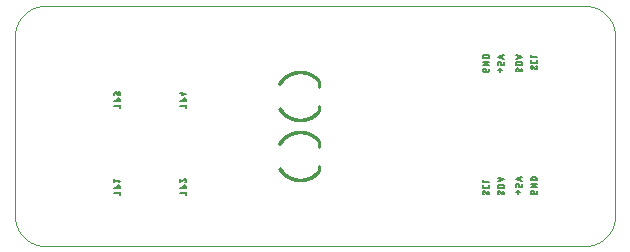
<source format=gbo>
G75*
%MOIN*%
%OFA0B0*%
%FSLAX25Y25*%
%IPPOS*%
%LPD*%
%AMOC8*
5,1,8,0,0,1.08239X$1,22.5*
%
%ADD10C,0.00000*%
%ADD11C,0.00500*%
%ADD12C,0.00100*%
%ADD13C,0.01000*%
D10*
X0021300Y0011300D02*
X0201300Y0011300D01*
X0201542Y0011303D01*
X0201783Y0011312D01*
X0202024Y0011326D01*
X0202265Y0011347D01*
X0202505Y0011373D01*
X0202745Y0011405D01*
X0202984Y0011443D01*
X0203221Y0011486D01*
X0203458Y0011536D01*
X0203693Y0011591D01*
X0203927Y0011651D01*
X0204159Y0011718D01*
X0204390Y0011789D01*
X0204619Y0011867D01*
X0204846Y0011950D01*
X0205071Y0012038D01*
X0205294Y0012132D01*
X0205514Y0012231D01*
X0205732Y0012336D01*
X0205947Y0012445D01*
X0206160Y0012560D01*
X0206370Y0012680D01*
X0206576Y0012805D01*
X0206780Y0012935D01*
X0206981Y0013070D01*
X0207178Y0013210D01*
X0207372Y0013354D01*
X0207562Y0013503D01*
X0207748Y0013657D01*
X0207931Y0013815D01*
X0208110Y0013977D01*
X0208285Y0014144D01*
X0208456Y0014315D01*
X0208623Y0014490D01*
X0208785Y0014669D01*
X0208943Y0014852D01*
X0209097Y0015038D01*
X0209246Y0015228D01*
X0209390Y0015422D01*
X0209530Y0015619D01*
X0209665Y0015820D01*
X0209795Y0016024D01*
X0209920Y0016230D01*
X0210040Y0016440D01*
X0210155Y0016653D01*
X0210264Y0016868D01*
X0210369Y0017086D01*
X0210468Y0017306D01*
X0210562Y0017529D01*
X0210650Y0017754D01*
X0210733Y0017981D01*
X0210811Y0018210D01*
X0210882Y0018441D01*
X0210949Y0018673D01*
X0211009Y0018907D01*
X0211064Y0019142D01*
X0211114Y0019379D01*
X0211157Y0019616D01*
X0211195Y0019855D01*
X0211227Y0020095D01*
X0211253Y0020335D01*
X0211274Y0020576D01*
X0211288Y0020817D01*
X0211297Y0021058D01*
X0211300Y0021300D01*
X0211300Y0081300D01*
X0211297Y0081542D01*
X0211288Y0081783D01*
X0211274Y0082024D01*
X0211253Y0082265D01*
X0211227Y0082505D01*
X0211195Y0082745D01*
X0211157Y0082984D01*
X0211114Y0083221D01*
X0211064Y0083458D01*
X0211009Y0083693D01*
X0210949Y0083927D01*
X0210882Y0084159D01*
X0210811Y0084390D01*
X0210733Y0084619D01*
X0210650Y0084846D01*
X0210562Y0085071D01*
X0210468Y0085294D01*
X0210369Y0085514D01*
X0210264Y0085732D01*
X0210155Y0085947D01*
X0210040Y0086160D01*
X0209920Y0086370D01*
X0209795Y0086576D01*
X0209665Y0086780D01*
X0209530Y0086981D01*
X0209390Y0087178D01*
X0209246Y0087372D01*
X0209097Y0087562D01*
X0208943Y0087748D01*
X0208785Y0087931D01*
X0208623Y0088110D01*
X0208456Y0088285D01*
X0208285Y0088456D01*
X0208110Y0088623D01*
X0207931Y0088785D01*
X0207748Y0088943D01*
X0207562Y0089097D01*
X0207372Y0089246D01*
X0207178Y0089390D01*
X0206981Y0089530D01*
X0206780Y0089665D01*
X0206576Y0089795D01*
X0206370Y0089920D01*
X0206160Y0090040D01*
X0205947Y0090155D01*
X0205732Y0090264D01*
X0205514Y0090369D01*
X0205294Y0090468D01*
X0205071Y0090562D01*
X0204846Y0090650D01*
X0204619Y0090733D01*
X0204390Y0090811D01*
X0204159Y0090882D01*
X0203927Y0090949D01*
X0203693Y0091009D01*
X0203458Y0091064D01*
X0203221Y0091114D01*
X0202984Y0091157D01*
X0202745Y0091195D01*
X0202505Y0091227D01*
X0202265Y0091253D01*
X0202024Y0091274D01*
X0201783Y0091288D01*
X0201542Y0091297D01*
X0201300Y0091300D01*
X0021300Y0091300D01*
X0021058Y0091297D01*
X0020817Y0091288D01*
X0020576Y0091274D01*
X0020335Y0091253D01*
X0020095Y0091227D01*
X0019855Y0091195D01*
X0019616Y0091157D01*
X0019379Y0091114D01*
X0019142Y0091064D01*
X0018907Y0091009D01*
X0018673Y0090949D01*
X0018441Y0090882D01*
X0018210Y0090811D01*
X0017981Y0090733D01*
X0017754Y0090650D01*
X0017529Y0090562D01*
X0017306Y0090468D01*
X0017086Y0090369D01*
X0016868Y0090264D01*
X0016653Y0090155D01*
X0016440Y0090040D01*
X0016230Y0089920D01*
X0016024Y0089795D01*
X0015820Y0089665D01*
X0015619Y0089530D01*
X0015422Y0089390D01*
X0015228Y0089246D01*
X0015038Y0089097D01*
X0014852Y0088943D01*
X0014669Y0088785D01*
X0014490Y0088623D01*
X0014315Y0088456D01*
X0014144Y0088285D01*
X0013977Y0088110D01*
X0013815Y0087931D01*
X0013657Y0087748D01*
X0013503Y0087562D01*
X0013354Y0087372D01*
X0013210Y0087178D01*
X0013070Y0086981D01*
X0012935Y0086780D01*
X0012805Y0086576D01*
X0012680Y0086370D01*
X0012560Y0086160D01*
X0012445Y0085947D01*
X0012336Y0085732D01*
X0012231Y0085514D01*
X0012132Y0085294D01*
X0012038Y0085071D01*
X0011950Y0084846D01*
X0011867Y0084619D01*
X0011789Y0084390D01*
X0011718Y0084159D01*
X0011651Y0083927D01*
X0011591Y0083693D01*
X0011536Y0083458D01*
X0011486Y0083221D01*
X0011443Y0082984D01*
X0011405Y0082745D01*
X0011373Y0082505D01*
X0011347Y0082265D01*
X0011326Y0082024D01*
X0011312Y0081783D01*
X0011303Y0081542D01*
X0011300Y0081300D01*
X0011300Y0021300D01*
X0011303Y0021058D01*
X0011312Y0020817D01*
X0011326Y0020576D01*
X0011347Y0020335D01*
X0011373Y0020095D01*
X0011405Y0019855D01*
X0011443Y0019616D01*
X0011486Y0019379D01*
X0011536Y0019142D01*
X0011591Y0018907D01*
X0011651Y0018673D01*
X0011718Y0018441D01*
X0011789Y0018210D01*
X0011867Y0017981D01*
X0011950Y0017754D01*
X0012038Y0017529D01*
X0012132Y0017306D01*
X0012231Y0017086D01*
X0012336Y0016868D01*
X0012445Y0016653D01*
X0012560Y0016440D01*
X0012680Y0016230D01*
X0012805Y0016024D01*
X0012935Y0015820D01*
X0013070Y0015619D01*
X0013210Y0015422D01*
X0013354Y0015228D01*
X0013503Y0015038D01*
X0013657Y0014852D01*
X0013815Y0014669D01*
X0013977Y0014490D01*
X0014144Y0014315D01*
X0014315Y0014144D01*
X0014490Y0013977D01*
X0014669Y0013815D01*
X0014852Y0013657D01*
X0015038Y0013503D01*
X0015228Y0013354D01*
X0015422Y0013210D01*
X0015619Y0013070D01*
X0015820Y0012935D01*
X0016024Y0012805D01*
X0016230Y0012680D01*
X0016440Y0012560D01*
X0016653Y0012445D01*
X0016868Y0012336D01*
X0017086Y0012231D01*
X0017306Y0012132D01*
X0017529Y0012038D01*
X0017754Y0011950D01*
X0017981Y0011867D01*
X0018210Y0011789D01*
X0018441Y0011718D01*
X0018673Y0011651D01*
X0018907Y0011591D01*
X0019142Y0011536D01*
X0019379Y0011486D01*
X0019616Y0011443D01*
X0019855Y0011405D01*
X0020095Y0011373D01*
X0020335Y0011347D01*
X0020576Y0011326D01*
X0020817Y0011312D01*
X0021058Y0011303D01*
X0021300Y0011300D01*
D11*
X0046310Y0028361D02*
X0046310Y0029417D01*
X0046310Y0028889D02*
X0044410Y0028889D01*
X0044410Y0030507D02*
X0046310Y0030507D01*
X0046310Y0031035D01*
X0046308Y0031080D01*
X0046302Y0031124D01*
X0046293Y0031168D01*
X0046280Y0031211D01*
X0046263Y0031252D01*
X0046243Y0031293D01*
X0046219Y0031331D01*
X0046193Y0031367D01*
X0046163Y0031400D01*
X0046131Y0031431D01*
X0046096Y0031460D01*
X0046059Y0031485D01*
X0046020Y0031506D01*
X0045979Y0031525D01*
X0045937Y0031540D01*
X0045893Y0031551D01*
X0045849Y0031559D01*
X0045804Y0031563D01*
X0045760Y0031563D01*
X0045715Y0031559D01*
X0045671Y0031551D01*
X0045627Y0031540D01*
X0045585Y0031525D01*
X0045544Y0031506D01*
X0045505Y0031485D01*
X0045468Y0031460D01*
X0045433Y0031431D01*
X0045401Y0031400D01*
X0045371Y0031367D01*
X0045345Y0031331D01*
X0045321Y0031293D01*
X0045301Y0031252D01*
X0045284Y0031211D01*
X0045271Y0031168D01*
X0045262Y0031124D01*
X0045256Y0031080D01*
X0045254Y0031035D01*
X0045254Y0030507D01*
X0045888Y0032537D02*
X0046310Y0033065D01*
X0044410Y0033065D01*
X0044410Y0032537D02*
X0044410Y0033593D01*
X0066410Y0033593D02*
X0066410Y0032537D01*
X0067465Y0033435D01*
X0068310Y0033118D02*
X0068308Y0033070D01*
X0068302Y0033023D01*
X0068293Y0032975D01*
X0068280Y0032929D01*
X0068263Y0032884D01*
X0068243Y0032841D01*
X0068220Y0032799D01*
X0068193Y0032759D01*
X0068164Y0032722D01*
X0068131Y0032686D01*
X0068096Y0032654D01*
X0068058Y0032624D01*
X0068018Y0032598D01*
X0067976Y0032574D01*
X0067933Y0032554D01*
X0067888Y0032538D01*
X0067466Y0033435D02*
X0067495Y0033463D01*
X0067527Y0033490D01*
X0067561Y0033513D01*
X0067597Y0033534D01*
X0067634Y0033552D01*
X0067673Y0033566D01*
X0067712Y0033578D01*
X0067753Y0033586D01*
X0067794Y0033591D01*
X0067835Y0033593D01*
X0067876Y0033591D01*
X0067917Y0033586D01*
X0067958Y0033577D01*
X0067997Y0033564D01*
X0068036Y0033548D01*
X0068072Y0033529D01*
X0068107Y0033507D01*
X0068140Y0033482D01*
X0068171Y0033454D01*
X0068199Y0033423D01*
X0068224Y0033390D01*
X0068246Y0033356D01*
X0068265Y0033319D01*
X0068281Y0033280D01*
X0068294Y0033241D01*
X0068303Y0033200D01*
X0068308Y0033159D01*
X0068310Y0033118D01*
X0068310Y0031035D02*
X0068310Y0030507D01*
X0066410Y0030507D01*
X0067254Y0030507D02*
X0067254Y0031035D01*
X0067256Y0031080D01*
X0067262Y0031124D01*
X0067271Y0031168D01*
X0067284Y0031211D01*
X0067301Y0031252D01*
X0067321Y0031293D01*
X0067345Y0031331D01*
X0067371Y0031367D01*
X0067401Y0031400D01*
X0067433Y0031431D01*
X0067468Y0031460D01*
X0067505Y0031485D01*
X0067544Y0031506D01*
X0067585Y0031525D01*
X0067627Y0031540D01*
X0067671Y0031551D01*
X0067715Y0031559D01*
X0067760Y0031563D01*
X0067804Y0031563D01*
X0067849Y0031559D01*
X0067893Y0031551D01*
X0067937Y0031540D01*
X0067979Y0031525D01*
X0068020Y0031506D01*
X0068059Y0031485D01*
X0068096Y0031460D01*
X0068131Y0031431D01*
X0068163Y0031400D01*
X0068193Y0031367D01*
X0068219Y0031331D01*
X0068243Y0031293D01*
X0068263Y0031252D01*
X0068280Y0031211D01*
X0068293Y0031168D01*
X0068302Y0031124D01*
X0068308Y0031080D01*
X0068310Y0031035D01*
X0068310Y0029417D02*
X0068310Y0028361D01*
X0068310Y0028889D02*
X0066410Y0028889D01*
X0068310Y0057361D02*
X0068310Y0058417D01*
X0068310Y0057889D02*
X0066410Y0057889D01*
X0066410Y0059507D02*
X0068310Y0059507D01*
X0068310Y0060035D01*
X0068308Y0060080D01*
X0068302Y0060124D01*
X0068293Y0060168D01*
X0068280Y0060211D01*
X0068263Y0060252D01*
X0068243Y0060293D01*
X0068219Y0060331D01*
X0068193Y0060367D01*
X0068163Y0060400D01*
X0068131Y0060431D01*
X0068096Y0060460D01*
X0068059Y0060485D01*
X0068020Y0060506D01*
X0067979Y0060525D01*
X0067937Y0060540D01*
X0067893Y0060551D01*
X0067849Y0060559D01*
X0067804Y0060563D01*
X0067760Y0060563D01*
X0067715Y0060559D01*
X0067671Y0060551D01*
X0067627Y0060540D01*
X0067585Y0060525D01*
X0067544Y0060506D01*
X0067505Y0060485D01*
X0067468Y0060460D01*
X0067433Y0060431D01*
X0067401Y0060400D01*
X0067371Y0060367D01*
X0067345Y0060331D01*
X0067321Y0060293D01*
X0067301Y0060252D01*
X0067284Y0060211D01*
X0067271Y0060168D01*
X0067262Y0060124D01*
X0067256Y0060080D01*
X0067254Y0060035D01*
X0067254Y0059507D01*
X0066832Y0061537D02*
X0066832Y0062593D01*
X0067254Y0062276D02*
X0066410Y0062276D01*
X0066832Y0061537D02*
X0068310Y0061960D01*
X0046310Y0062171D02*
X0046310Y0061537D01*
X0046310Y0062171D02*
X0046308Y0062211D01*
X0046302Y0062251D01*
X0046293Y0062290D01*
X0046280Y0062328D01*
X0046263Y0062364D01*
X0046243Y0062399D01*
X0046220Y0062432D01*
X0046193Y0062462D01*
X0046164Y0062490D01*
X0046133Y0062515D01*
X0046099Y0062536D01*
X0046063Y0062555D01*
X0046026Y0062570D01*
X0045987Y0062581D01*
X0045948Y0062589D01*
X0045908Y0062593D01*
X0045868Y0062593D01*
X0045828Y0062589D01*
X0045789Y0062581D01*
X0045750Y0062570D01*
X0045713Y0062555D01*
X0045677Y0062536D01*
X0045643Y0062515D01*
X0045612Y0062490D01*
X0045583Y0062462D01*
X0045556Y0062432D01*
X0045533Y0062399D01*
X0045513Y0062364D01*
X0045496Y0062328D01*
X0045483Y0062290D01*
X0045474Y0062251D01*
X0045468Y0062211D01*
X0045466Y0062171D01*
X0045465Y0062171D02*
X0045465Y0061748D01*
X0045466Y0062065D02*
X0045464Y0062110D01*
X0045458Y0062154D01*
X0045449Y0062198D01*
X0045436Y0062241D01*
X0045419Y0062282D01*
X0045399Y0062323D01*
X0045375Y0062361D01*
X0045349Y0062397D01*
X0045319Y0062430D01*
X0045287Y0062461D01*
X0045252Y0062490D01*
X0045215Y0062515D01*
X0045176Y0062536D01*
X0045135Y0062555D01*
X0045093Y0062570D01*
X0045049Y0062581D01*
X0045005Y0062589D01*
X0044960Y0062593D01*
X0044916Y0062593D01*
X0044871Y0062589D01*
X0044827Y0062581D01*
X0044783Y0062570D01*
X0044741Y0062555D01*
X0044700Y0062536D01*
X0044661Y0062515D01*
X0044624Y0062490D01*
X0044589Y0062461D01*
X0044557Y0062430D01*
X0044527Y0062397D01*
X0044501Y0062361D01*
X0044477Y0062323D01*
X0044457Y0062282D01*
X0044440Y0062241D01*
X0044427Y0062198D01*
X0044418Y0062154D01*
X0044412Y0062110D01*
X0044410Y0062065D01*
X0044410Y0061537D01*
X0045254Y0060035D02*
X0045254Y0059507D01*
X0045254Y0060035D02*
X0045256Y0060080D01*
X0045262Y0060124D01*
X0045271Y0060168D01*
X0045284Y0060211D01*
X0045301Y0060252D01*
X0045321Y0060293D01*
X0045345Y0060331D01*
X0045371Y0060367D01*
X0045401Y0060400D01*
X0045433Y0060431D01*
X0045468Y0060460D01*
X0045505Y0060485D01*
X0045544Y0060506D01*
X0045585Y0060525D01*
X0045627Y0060540D01*
X0045671Y0060551D01*
X0045715Y0060559D01*
X0045760Y0060563D01*
X0045804Y0060563D01*
X0045849Y0060559D01*
X0045893Y0060551D01*
X0045937Y0060540D01*
X0045979Y0060525D01*
X0046020Y0060506D01*
X0046059Y0060485D01*
X0046096Y0060460D01*
X0046131Y0060431D01*
X0046163Y0060400D01*
X0046193Y0060367D01*
X0046219Y0060331D01*
X0046243Y0060293D01*
X0046263Y0060252D01*
X0046280Y0060211D01*
X0046293Y0060168D01*
X0046302Y0060124D01*
X0046308Y0060080D01*
X0046310Y0060035D01*
X0046310Y0059507D01*
X0044410Y0059507D01*
X0044410Y0057889D02*
X0046310Y0057889D01*
X0046310Y0057361D02*
X0046310Y0058417D01*
X0167350Y0069809D02*
X0167350Y0070442D01*
X0168406Y0070442D01*
X0168406Y0070125D01*
X0168828Y0069387D02*
X0168867Y0069389D01*
X0168906Y0069394D01*
X0168943Y0069403D01*
X0168980Y0069415D01*
X0169016Y0069431D01*
X0169050Y0069450D01*
X0169082Y0069472D01*
X0169112Y0069497D01*
X0169140Y0069525D01*
X0169165Y0069555D01*
X0169187Y0069587D01*
X0169206Y0069621D01*
X0169221Y0069657D01*
X0169234Y0069694D01*
X0169243Y0069731D01*
X0169248Y0069770D01*
X0169250Y0069809D01*
X0169250Y0070442D01*
X0168828Y0069386D02*
X0167772Y0069386D01*
X0167772Y0069387D02*
X0167733Y0069389D01*
X0167694Y0069394D01*
X0167657Y0069403D01*
X0167620Y0069415D01*
X0167584Y0069431D01*
X0167550Y0069450D01*
X0167518Y0069472D01*
X0167488Y0069497D01*
X0167460Y0069525D01*
X0167435Y0069555D01*
X0167413Y0069587D01*
X0167394Y0069621D01*
X0167378Y0069657D01*
X0167366Y0069694D01*
X0167357Y0069731D01*
X0167352Y0069770D01*
X0167350Y0069809D01*
X0167350Y0071690D02*
X0169250Y0071690D01*
X0167350Y0072746D01*
X0169250Y0072746D01*
X0169250Y0073994D02*
X0167350Y0073994D01*
X0167350Y0074522D01*
X0167352Y0074566D01*
X0167357Y0074609D01*
X0167366Y0074652D01*
X0167379Y0074693D01*
X0167394Y0074734D01*
X0167414Y0074773D01*
X0167436Y0074811D01*
X0167461Y0074846D01*
X0167490Y0074880D01*
X0167520Y0074910D01*
X0167554Y0074939D01*
X0167589Y0074964D01*
X0167627Y0074986D01*
X0167666Y0075006D01*
X0167707Y0075021D01*
X0167748Y0075034D01*
X0167791Y0075043D01*
X0167834Y0075048D01*
X0167878Y0075050D01*
X0168722Y0075050D01*
X0168766Y0075048D01*
X0168809Y0075043D01*
X0168852Y0075034D01*
X0168893Y0075021D01*
X0168934Y0075006D01*
X0168973Y0074986D01*
X0169011Y0074964D01*
X0169046Y0074939D01*
X0169080Y0074910D01*
X0169110Y0074880D01*
X0169139Y0074846D01*
X0169164Y0074811D01*
X0169186Y0074773D01*
X0169206Y0074734D01*
X0169221Y0074693D01*
X0169234Y0074652D01*
X0169243Y0074609D01*
X0169248Y0074566D01*
X0169250Y0074522D01*
X0169250Y0073994D01*
X0172350Y0074417D02*
X0174250Y0075050D01*
X0174250Y0073783D02*
X0172350Y0074417D01*
X0172772Y0072784D02*
X0172983Y0072784D01*
X0173022Y0072782D01*
X0173061Y0072777D01*
X0173098Y0072768D01*
X0173135Y0072756D01*
X0173171Y0072740D01*
X0173205Y0072721D01*
X0173237Y0072699D01*
X0173267Y0072674D01*
X0173295Y0072646D01*
X0173320Y0072616D01*
X0173342Y0072584D01*
X0173361Y0072550D01*
X0173377Y0072514D01*
X0173389Y0072477D01*
X0173398Y0072440D01*
X0173403Y0072401D01*
X0173405Y0072362D01*
X0173406Y0072362D02*
X0173406Y0071729D01*
X0174250Y0071729D01*
X0174250Y0072784D01*
X0172772Y0072784D02*
X0172733Y0072782D01*
X0172694Y0072777D01*
X0172657Y0072768D01*
X0172620Y0072756D01*
X0172584Y0072740D01*
X0172550Y0072721D01*
X0172518Y0072699D01*
X0172488Y0072674D01*
X0172460Y0072646D01*
X0172435Y0072616D01*
X0172413Y0072584D01*
X0172394Y0072550D01*
X0172378Y0072514D01*
X0172366Y0072477D01*
X0172357Y0072440D01*
X0172352Y0072401D01*
X0172350Y0072362D01*
X0172350Y0071729D01*
X0173089Y0070586D02*
X0173089Y0069319D01*
X0172456Y0069953D02*
X0173722Y0069953D01*
X0178350Y0071657D02*
X0178350Y0072185D01*
X0178352Y0072229D01*
X0178357Y0072272D01*
X0178366Y0072315D01*
X0178379Y0072356D01*
X0178394Y0072397D01*
X0178414Y0072436D01*
X0178436Y0072474D01*
X0178461Y0072509D01*
X0178490Y0072543D01*
X0178520Y0072573D01*
X0178554Y0072602D01*
X0178589Y0072627D01*
X0178627Y0072649D01*
X0178666Y0072669D01*
X0178707Y0072684D01*
X0178748Y0072697D01*
X0178791Y0072706D01*
X0178834Y0072711D01*
X0178878Y0072713D01*
X0178878Y0072712D02*
X0179722Y0072712D01*
X0179722Y0072713D02*
X0179766Y0072711D01*
X0179809Y0072706D01*
X0179852Y0072697D01*
X0179893Y0072684D01*
X0179934Y0072669D01*
X0179973Y0072649D01*
X0180011Y0072627D01*
X0180046Y0072602D01*
X0180080Y0072573D01*
X0180110Y0072543D01*
X0180139Y0072509D01*
X0180164Y0072474D01*
X0180186Y0072436D01*
X0180206Y0072397D01*
X0180221Y0072356D01*
X0180234Y0072315D01*
X0180243Y0072272D01*
X0180248Y0072229D01*
X0180250Y0072185D01*
X0180250Y0071657D01*
X0178350Y0071657D01*
X0179142Y0070341D02*
X0179458Y0069761D01*
X0180250Y0069972D02*
X0180248Y0070023D01*
X0180243Y0070074D01*
X0180235Y0070124D01*
X0180224Y0070174D01*
X0180209Y0070222D01*
X0180192Y0070270D01*
X0180171Y0070317D01*
X0180147Y0070362D01*
X0180121Y0070405D01*
X0180092Y0070447D01*
X0179458Y0069760D02*
X0179481Y0069726D01*
X0179506Y0069695D01*
X0179534Y0069666D01*
X0179565Y0069639D01*
X0179598Y0069616D01*
X0179633Y0069596D01*
X0179670Y0069579D01*
X0179708Y0069566D01*
X0179747Y0069557D01*
X0179788Y0069551D01*
X0179828Y0069549D01*
X0179828Y0069550D02*
X0179867Y0069552D01*
X0179906Y0069557D01*
X0179943Y0069566D01*
X0179980Y0069578D01*
X0180016Y0069594D01*
X0180050Y0069613D01*
X0180082Y0069635D01*
X0180112Y0069660D01*
X0180140Y0069688D01*
X0180165Y0069718D01*
X0180187Y0069750D01*
X0180206Y0069784D01*
X0180222Y0069820D01*
X0180234Y0069857D01*
X0180243Y0069894D01*
X0180248Y0069933D01*
X0180250Y0069972D01*
X0178614Y0069497D02*
X0178574Y0069539D01*
X0178536Y0069585D01*
X0178502Y0069632D01*
X0178471Y0069682D01*
X0178443Y0069734D01*
X0178419Y0069787D01*
X0178398Y0069842D01*
X0178381Y0069898D01*
X0178367Y0069955D01*
X0178358Y0070013D01*
X0178352Y0070071D01*
X0178350Y0070130D01*
X0178352Y0070169D01*
X0178357Y0070208D01*
X0178366Y0070245D01*
X0178378Y0070282D01*
X0178394Y0070318D01*
X0178413Y0070352D01*
X0178435Y0070384D01*
X0178460Y0070414D01*
X0178488Y0070442D01*
X0178518Y0070467D01*
X0178550Y0070489D01*
X0178584Y0070508D01*
X0178620Y0070524D01*
X0178657Y0070536D01*
X0178694Y0070545D01*
X0178733Y0070550D01*
X0178772Y0070552D01*
X0178772Y0070553D02*
X0178812Y0070551D01*
X0178853Y0070545D01*
X0178892Y0070536D01*
X0178930Y0070523D01*
X0178967Y0070506D01*
X0179002Y0070486D01*
X0179035Y0070463D01*
X0179066Y0070436D01*
X0179094Y0070407D01*
X0179119Y0070376D01*
X0179142Y0070342D01*
X0183772Y0071294D02*
X0183812Y0071292D01*
X0183853Y0071286D01*
X0183892Y0071277D01*
X0183930Y0071264D01*
X0183967Y0071247D01*
X0184002Y0071227D01*
X0184035Y0071204D01*
X0184066Y0071177D01*
X0184094Y0071148D01*
X0184119Y0071117D01*
X0184142Y0071083D01*
X0184142Y0071082D02*
X0184458Y0070502D01*
X0185250Y0070713D02*
X0185248Y0070764D01*
X0185243Y0070815D01*
X0185235Y0070865D01*
X0185224Y0070915D01*
X0185209Y0070963D01*
X0185192Y0071011D01*
X0185171Y0071058D01*
X0185147Y0071103D01*
X0185121Y0071146D01*
X0185092Y0071188D01*
X0184458Y0070501D02*
X0184481Y0070467D01*
X0184506Y0070436D01*
X0184534Y0070407D01*
X0184565Y0070380D01*
X0184598Y0070357D01*
X0184633Y0070337D01*
X0184670Y0070320D01*
X0184708Y0070307D01*
X0184747Y0070298D01*
X0184788Y0070292D01*
X0184828Y0070290D01*
X0184828Y0070291D02*
X0184867Y0070293D01*
X0184906Y0070298D01*
X0184943Y0070307D01*
X0184980Y0070319D01*
X0185016Y0070335D01*
X0185050Y0070354D01*
X0185082Y0070376D01*
X0185112Y0070401D01*
X0185140Y0070429D01*
X0185165Y0070459D01*
X0185187Y0070491D01*
X0185206Y0070525D01*
X0185222Y0070561D01*
X0185234Y0070598D01*
X0185243Y0070635D01*
X0185248Y0070674D01*
X0185250Y0070713D01*
X0183614Y0070238D02*
X0183574Y0070280D01*
X0183536Y0070326D01*
X0183502Y0070373D01*
X0183471Y0070423D01*
X0183443Y0070475D01*
X0183419Y0070528D01*
X0183398Y0070583D01*
X0183381Y0070639D01*
X0183367Y0070696D01*
X0183358Y0070754D01*
X0183352Y0070812D01*
X0183350Y0070871D01*
X0183352Y0070910D01*
X0183357Y0070949D01*
X0183366Y0070986D01*
X0183378Y0071023D01*
X0183394Y0071059D01*
X0183413Y0071093D01*
X0183435Y0071125D01*
X0183460Y0071155D01*
X0183488Y0071183D01*
X0183518Y0071208D01*
X0183550Y0071230D01*
X0183584Y0071249D01*
X0183620Y0071265D01*
X0183657Y0071277D01*
X0183694Y0071286D01*
X0183733Y0071291D01*
X0183772Y0071293D01*
X0183772Y0072315D02*
X0184828Y0072315D01*
X0184867Y0072317D01*
X0184906Y0072322D01*
X0184943Y0072331D01*
X0184980Y0072343D01*
X0185016Y0072359D01*
X0185050Y0072378D01*
X0185082Y0072400D01*
X0185112Y0072425D01*
X0185140Y0072453D01*
X0185165Y0072483D01*
X0185187Y0072515D01*
X0185206Y0072549D01*
X0185221Y0072585D01*
X0185234Y0072622D01*
X0185243Y0072659D01*
X0185248Y0072698D01*
X0185250Y0072737D01*
X0185250Y0073159D01*
X0185250Y0074206D02*
X0183350Y0074206D01*
X0183350Y0075050D01*
X0183350Y0073159D02*
X0183350Y0072737D01*
X0183352Y0072698D01*
X0183357Y0072659D01*
X0183366Y0072622D01*
X0183378Y0072585D01*
X0183394Y0072549D01*
X0183413Y0072515D01*
X0183435Y0072483D01*
X0183460Y0072453D01*
X0183488Y0072425D01*
X0183518Y0072400D01*
X0183550Y0072378D01*
X0183584Y0072359D01*
X0183620Y0072343D01*
X0183657Y0072331D01*
X0183694Y0072322D01*
X0183733Y0072317D01*
X0183772Y0072315D01*
X0180250Y0074417D02*
X0178350Y0075050D01*
X0178825Y0074892D02*
X0178825Y0073942D01*
X0178350Y0073783D02*
X0180250Y0074417D01*
X0180250Y0034281D02*
X0178350Y0033647D01*
X0180250Y0033014D01*
X0180250Y0032015D02*
X0180250Y0030960D01*
X0179406Y0030960D01*
X0179406Y0031593D01*
X0179405Y0031593D02*
X0179403Y0031632D01*
X0179398Y0031671D01*
X0179389Y0031708D01*
X0179377Y0031745D01*
X0179361Y0031781D01*
X0179342Y0031815D01*
X0179320Y0031847D01*
X0179295Y0031877D01*
X0179267Y0031905D01*
X0179237Y0031930D01*
X0179205Y0031952D01*
X0179171Y0031971D01*
X0179135Y0031987D01*
X0179098Y0031999D01*
X0179061Y0032008D01*
X0179022Y0032013D01*
X0178983Y0032015D01*
X0178772Y0032015D01*
X0178733Y0032013D01*
X0178694Y0032008D01*
X0178657Y0031999D01*
X0178620Y0031987D01*
X0178584Y0031971D01*
X0178550Y0031952D01*
X0178518Y0031930D01*
X0178488Y0031905D01*
X0178460Y0031877D01*
X0178435Y0031847D01*
X0178413Y0031815D01*
X0178394Y0031781D01*
X0178378Y0031745D01*
X0178366Y0031708D01*
X0178357Y0031671D01*
X0178352Y0031632D01*
X0178350Y0031593D01*
X0178350Y0030960D01*
X0179089Y0029817D02*
X0179089Y0028550D01*
X0178456Y0029183D02*
X0179722Y0029183D01*
X0183350Y0028972D02*
X0183350Y0029606D01*
X0184406Y0029606D01*
X0184406Y0029289D01*
X0184828Y0028550D02*
X0184867Y0028552D01*
X0184906Y0028557D01*
X0184943Y0028566D01*
X0184980Y0028578D01*
X0185016Y0028594D01*
X0185050Y0028613D01*
X0185082Y0028635D01*
X0185112Y0028660D01*
X0185140Y0028688D01*
X0185165Y0028718D01*
X0185187Y0028750D01*
X0185206Y0028784D01*
X0185221Y0028820D01*
X0185234Y0028857D01*
X0185243Y0028894D01*
X0185248Y0028933D01*
X0185250Y0028972D01*
X0185250Y0029606D01*
X0184828Y0028550D02*
X0183772Y0028550D01*
X0183733Y0028552D01*
X0183694Y0028557D01*
X0183657Y0028566D01*
X0183620Y0028578D01*
X0183584Y0028594D01*
X0183550Y0028613D01*
X0183518Y0028635D01*
X0183488Y0028660D01*
X0183460Y0028688D01*
X0183435Y0028718D01*
X0183413Y0028750D01*
X0183394Y0028784D01*
X0183378Y0028820D01*
X0183366Y0028857D01*
X0183357Y0028894D01*
X0183352Y0028933D01*
X0183350Y0028972D01*
X0183350Y0030854D02*
X0185250Y0030854D01*
X0183350Y0031910D01*
X0185250Y0031910D01*
X0185250Y0033158D02*
X0183350Y0033158D01*
X0183350Y0033686D01*
X0183352Y0033730D01*
X0183357Y0033773D01*
X0183366Y0033816D01*
X0183379Y0033857D01*
X0183394Y0033898D01*
X0183414Y0033937D01*
X0183436Y0033975D01*
X0183461Y0034010D01*
X0183490Y0034044D01*
X0183520Y0034074D01*
X0183554Y0034103D01*
X0183589Y0034128D01*
X0183627Y0034150D01*
X0183666Y0034170D01*
X0183707Y0034185D01*
X0183748Y0034198D01*
X0183791Y0034207D01*
X0183834Y0034212D01*
X0183878Y0034214D01*
X0184722Y0034214D01*
X0184766Y0034212D01*
X0184809Y0034207D01*
X0184852Y0034198D01*
X0184893Y0034185D01*
X0184934Y0034170D01*
X0184973Y0034150D01*
X0185011Y0034128D01*
X0185046Y0034103D01*
X0185080Y0034074D01*
X0185110Y0034044D01*
X0185139Y0034010D01*
X0185164Y0033975D01*
X0185186Y0033937D01*
X0185206Y0033898D01*
X0185221Y0033857D01*
X0185234Y0033816D01*
X0185243Y0033773D01*
X0185248Y0033730D01*
X0185250Y0033686D01*
X0185250Y0033158D01*
X0174250Y0033470D02*
X0172350Y0034103D01*
X0172825Y0033945D02*
X0172825Y0032995D01*
X0172350Y0032836D02*
X0174250Y0033470D01*
X0173722Y0031766D02*
X0172878Y0031766D01*
X0172834Y0031764D01*
X0172791Y0031759D01*
X0172748Y0031750D01*
X0172707Y0031737D01*
X0172666Y0031722D01*
X0172627Y0031702D01*
X0172589Y0031680D01*
X0172554Y0031655D01*
X0172520Y0031626D01*
X0172490Y0031596D01*
X0172461Y0031562D01*
X0172436Y0031527D01*
X0172414Y0031489D01*
X0172394Y0031450D01*
X0172379Y0031409D01*
X0172366Y0031368D01*
X0172357Y0031325D01*
X0172352Y0031282D01*
X0172350Y0031238D01*
X0172350Y0030710D01*
X0174250Y0030710D01*
X0174250Y0031238D01*
X0174248Y0031282D01*
X0174243Y0031325D01*
X0174234Y0031368D01*
X0174221Y0031409D01*
X0174206Y0031450D01*
X0174186Y0031489D01*
X0174164Y0031527D01*
X0174139Y0031562D01*
X0174110Y0031596D01*
X0174080Y0031626D01*
X0174046Y0031655D01*
X0174011Y0031680D01*
X0173973Y0031702D01*
X0173934Y0031722D01*
X0173893Y0031737D01*
X0173852Y0031750D01*
X0173809Y0031759D01*
X0173766Y0031764D01*
X0173722Y0031766D01*
X0173142Y0029394D02*
X0173458Y0028814D01*
X0174250Y0029025D02*
X0174248Y0029076D01*
X0174243Y0029127D01*
X0174235Y0029177D01*
X0174224Y0029227D01*
X0174209Y0029275D01*
X0174192Y0029323D01*
X0174171Y0029370D01*
X0174147Y0029415D01*
X0174121Y0029458D01*
X0174092Y0029500D01*
X0173458Y0028814D02*
X0173481Y0028780D01*
X0173506Y0028749D01*
X0173534Y0028720D01*
X0173565Y0028693D01*
X0173598Y0028670D01*
X0173633Y0028650D01*
X0173670Y0028633D01*
X0173708Y0028620D01*
X0173747Y0028611D01*
X0173788Y0028605D01*
X0173828Y0028603D01*
X0173867Y0028605D01*
X0173906Y0028610D01*
X0173943Y0028619D01*
X0173980Y0028631D01*
X0174016Y0028647D01*
X0174050Y0028666D01*
X0174082Y0028688D01*
X0174112Y0028713D01*
X0174140Y0028741D01*
X0174165Y0028771D01*
X0174187Y0028803D01*
X0174206Y0028837D01*
X0174222Y0028873D01*
X0174234Y0028910D01*
X0174243Y0028947D01*
X0174248Y0028986D01*
X0174250Y0029025D01*
X0172614Y0028550D02*
X0172574Y0028592D01*
X0172536Y0028638D01*
X0172502Y0028685D01*
X0172471Y0028735D01*
X0172443Y0028787D01*
X0172419Y0028840D01*
X0172398Y0028895D01*
X0172381Y0028951D01*
X0172367Y0029008D01*
X0172358Y0029066D01*
X0172352Y0029124D01*
X0172350Y0029183D01*
X0172352Y0029222D01*
X0172357Y0029261D01*
X0172366Y0029298D01*
X0172378Y0029335D01*
X0172394Y0029371D01*
X0172413Y0029405D01*
X0172435Y0029437D01*
X0172460Y0029467D01*
X0172488Y0029495D01*
X0172518Y0029520D01*
X0172550Y0029542D01*
X0172584Y0029561D01*
X0172620Y0029577D01*
X0172657Y0029589D01*
X0172694Y0029598D01*
X0172733Y0029603D01*
X0172772Y0029605D01*
X0172772Y0029606D02*
X0172812Y0029604D01*
X0172853Y0029598D01*
X0172892Y0029589D01*
X0172930Y0029576D01*
X0172967Y0029559D01*
X0173002Y0029539D01*
X0173035Y0029516D01*
X0173066Y0029489D01*
X0173094Y0029460D01*
X0173119Y0029429D01*
X0173142Y0029395D01*
X0169250Y0031049D02*
X0169250Y0031471D01*
X0169250Y0031049D02*
X0169248Y0031010D01*
X0169243Y0030971D01*
X0169234Y0030934D01*
X0169221Y0030897D01*
X0169206Y0030861D01*
X0169187Y0030827D01*
X0169165Y0030795D01*
X0169140Y0030765D01*
X0169112Y0030737D01*
X0169082Y0030712D01*
X0169050Y0030690D01*
X0169016Y0030671D01*
X0168980Y0030655D01*
X0168943Y0030643D01*
X0168906Y0030634D01*
X0168867Y0030629D01*
X0168828Y0030627D01*
X0167772Y0030627D01*
X0167733Y0030629D01*
X0167694Y0030634D01*
X0167657Y0030643D01*
X0167620Y0030655D01*
X0167584Y0030671D01*
X0167550Y0030690D01*
X0167518Y0030712D01*
X0167488Y0030737D01*
X0167460Y0030765D01*
X0167435Y0030795D01*
X0167413Y0030827D01*
X0167394Y0030861D01*
X0167378Y0030897D01*
X0167366Y0030934D01*
X0167357Y0030971D01*
X0167352Y0031010D01*
X0167350Y0031049D01*
X0167350Y0031471D01*
X0167350Y0032518D02*
X0167350Y0033362D01*
X0167350Y0032518D02*
X0169250Y0032518D01*
X0168142Y0029394D02*
X0168458Y0028814D01*
X0169250Y0029025D02*
X0169248Y0029076D01*
X0169243Y0029127D01*
X0169235Y0029177D01*
X0169224Y0029227D01*
X0169209Y0029275D01*
X0169192Y0029323D01*
X0169171Y0029370D01*
X0169147Y0029415D01*
X0169121Y0029458D01*
X0169092Y0029500D01*
X0168458Y0028814D02*
X0168481Y0028780D01*
X0168506Y0028749D01*
X0168534Y0028720D01*
X0168565Y0028693D01*
X0168598Y0028670D01*
X0168633Y0028650D01*
X0168670Y0028633D01*
X0168708Y0028620D01*
X0168747Y0028611D01*
X0168788Y0028605D01*
X0168828Y0028603D01*
X0168867Y0028605D01*
X0168906Y0028610D01*
X0168943Y0028619D01*
X0168980Y0028631D01*
X0169016Y0028647D01*
X0169050Y0028666D01*
X0169082Y0028688D01*
X0169112Y0028713D01*
X0169140Y0028741D01*
X0169165Y0028771D01*
X0169187Y0028803D01*
X0169206Y0028837D01*
X0169222Y0028873D01*
X0169234Y0028910D01*
X0169243Y0028947D01*
X0169248Y0028986D01*
X0169250Y0029025D01*
X0167614Y0028550D02*
X0167574Y0028592D01*
X0167536Y0028638D01*
X0167502Y0028685D01*
X0167471Y0028735D01*
X0167443Y0028787D01*
X0167419Y0028840D01*
X0167398Y0028895D01*
X0167381Y0028951D01*
X0167367Y0029008D01*
X0167358Y0029066D01*
X0167352Y0029124D01*
X0167350Y0029183D01*
X0167352Y0029222D01*
X0167357Y0029261D01*
X0167366Y0029298D01*
X0167378Y0029335D01*
X0167394Y0029371D01*
X0167413Y0029405D01*
X0167435Y0029437D01*
X0167460Y0029467D01*
X0167488Y0029495D01*
X0167518Y0029520D01*
X0167550Y0029542D01*
X0167584Y0029561D01*
X0167620Y0029577D01*
X0167657Y0029589D01*
X0167694Y0029598D01*
X0167733Y0029603D01*
X0167772Y0029605D01*
X0167772Y0029606D02*
X0167812Y0029604D01*
X0167853Y0029598D01*
X0167892Y0029589D01*
X0167930Y0029576D01*
X0167967Y0029559D01*
X0168002Y0029539D01*
X0168035Y0029516D01*
X0168066Y0029489D01*
X0168094Y0029460D01*
X0168119Y0029429D01*
X0168142Y0029395D01*
D12*
X0106250Y0049749D02*
X0106250Y0048849D01*
X0106250Y0048850D02*
X0106067Y0048846D01*
X0105884Y0048839D01*
X0105701Y0048826D01*
X0105518Y0048809D01*
X0105336Y0048788D01*
X0105155Y0048763D01*
X0104974Y0048733D01*
X0104794Y0048698D01*
X0104615Y0048660D01*
X0104437Y0048617D01*
X0104260Y0048569D01*
X0104085Y0048518D01*
X0103910Y0048462D01*
X0103737Y0048402D01*
X0103566Y0048337D01*
X0103396Y0048269D01*
X0103227Y0048197D01*
X0103061Y0048120D01*
X0102897Y0048039D01*
X0102734Y0047955D01*
X0102574Y0047866D01*
X0102415Y0047774D01*
X0102259Y0047678D01*
X0102106Y0047578D01*
X0101955Y0047474D01*
X0101806Y0047367D01*
X0101660Y0047256D01*
X0101517Y0047142D01*
X0101377Y0047024D01*
X0101240Y0046903D01*
X0101105Y0046779D01*
X0100974Y0046651D01*
X0100845Y0046520D01*
X0100720Y0046386D01*
X0100599Y0046250D01*
X0100480Y0046110D01*
X0100365Y0045967D01*
X0100254Y0045822D01*
X0100146Y0045674D01*
X0100042Y0045523D01*
X0099941Y0045370D01*
X0099844Y0045215D01*
X0099751Y0045057D01*
X0099662Y0044897D01*
X0098868Y0045320D01*
X0098968Y0045500D01*
X0099072Y0045677D01*
X0099180Y0045851D01*
X0099293Y0046023D01*
X0099410Y0046191D01*
X0099531Y0046357D01*
X0099655Y0046520D01*
X0099784Y0046680D01*
X0099917Y0046837D01*
X0100053Y0046990D01*
X0100193Y0047140D01*
X0100337Y0047287D01*
X0100484Y0047430D01*
X0100635Y0047570D01*
X0100789Y0047705D01*
X0100946Y0047837D01*
X0101106Y0047965D01*
X0101270Y0048090D01*
X0101436Y0048210D01*
X0101606Y0048326D01*
X0101778Y0048438D01*
X0101952Y0048546D01*
X0102130Y0048649D01*
X0102309Y0048748D01*
X0102492Y0048843D01*
X0102676Y0048933D01*
X0102862Y0049019D01*
X0103051Y0049100D01*
X0103241Y0049177D01*
X0103434Y0049249D01*
X0103628Y0049316D01*
X0103823Y0049379D01*
X0104020Y0049437D01*
X0104218Y0049490D01*
X0104418Y0049538D01*
X0104619Y0049581D01*
X0104820Y0049619D01*
X0105023Y0049653D01*
X0105226Y0049681D01*
X0105430Y0049705D01*
X0105635Y0049724D01*
X0105839Y0049737D01*
X0106044Y0049746D01*
X0106250Y0049750D01*
X0106250Y0049656D01*
X0106047Y0049652D01*
X0105844Y0049644D01*
X0105641Y0049630D01*
X0105439Y0049612D01*
X0105238Y0049588D01*
X0105037Y0049560D01*
X0104836Y0049527D01*
X0104637Y0049489D01*
X0104439Y0049446D01*
X0104241Y0049398D01*
X0104045Y0049346D01*
X0103850Y0049289D01*
X0103657Y0049227D01*
X0103465Y0049160D01*
X0103275Y0049089D01*
X0103087Y0049014D01*
X0102901Y0048933D01*
X0102716Y0048848D01*
X0102534Y0048759D01*
X0102354Y0048665D01*
X0102176Y0048567D01*
X0102001Y0048465D01*
X0101828Y0048359D01*
X0101658Y0048248D01*
X0101490Y0048133D01*
X0101326Y0048014D01*
X0101164Y0047891D01*
X0101006Y0047765D01*
X0100850Y0047634D01*
X0100698Y0047500D01*
X0100549Y0047362D01*
X0100403Y0047221D01*
X0100261Y0047076D01*
X0100123Y0046927D01*
X0099988Y0046776D01*
X0099857Y0046621D01*
X0099730Y0046463D01*
X0099606Y0046301D01*
X0099487Y0046137D01*
X0099371Y0045970D01*
X0099260Y0045801D01*
X0099152Y0045628D01*
X0099049Y0045453D01*
X0098951Y0045276D01*
X0099034Y0045232D01*
X0099131Y0045407D01*
X0099233Y0045580D01*
X0099339Y0045750D01*
X0099449Y0045918D01*
X0099563Y0046083D01*
X0099682Y0046245D01*
X0099804Y0046405D01*
X0099930Y0046561D01*
X0100059Y0046714D01*
X0100193Y0046864D01*
X0100329Y0047011D01*
X0100470Y0047154D01*
X0100614Y0047294D01*
X0100761Y0047430D01*
X0100912Y0047563D01*
X0101065Y0047692D01*
X0101222Y0047817D01*
X0101382Y0047939D01*
X0101545Y0048056D01*
X0101710Y0048170D01*
X0101878Y0048279D01*
X0102049Y0048385D01*
X0102222Y0048486D01*
X0102398Y0048583D01*
X0102576Y0048675D01*
X0102756Y0048763D01*
X0102939Y0048847D01*
X0103123Y0048927D01*
X0103309Y0049002D01*
X0103497Y0049072D01*
X0103687Y0049138D01*
X0103878Y0049199D01*
X0104070Y0049255D01*
X0104264Y0049307D01*
X0104459Y0049354D01*
X0104655Y0049397D01*
X0104853Y0049434D01*
X0105051Y0049467D01*
X0105249Y0049495D01*
X0105449Y0049518D01*
X0105648Y0049536D01*
X0105849Y0049550D01*
X0106049Y0049558D01*
X0106250Y0049562D01*
X0106250Y0049468D01*
X0106051Y0049464D01*
X0105853Y0049456D01*
X0105655Y0049443D01*
X0105458Y0049424D01*
X0105261Y0049402D01*
X0105064Y0049374D01*
X0104869Y0049342D01*
X0104674Y0049304D01*
X0104480Y0049263D01*
X0104287Y0049216D01*
X0104095Y0049165D01*
X0103905Y0049109D01*
X0103716Y0049049D01*
X0103529Y0048984D01*
X0103343Y0048914D01*
X0103159Y0048840D01*
X0102977Y0048761D01*
X0102797Y0048678D01*
X0102618Y0048591D01*
X0102442Y0048500D01*
X0102269Y0048404D01*
X0102097Y0048304D01*
X0101929Y0048200D01*
X0101762Y0048092D01*
X0101599Y0047979D01*
X0101438Y0047863D01*
X0101280Y0047743D01*
X0101125Y0047619D01*
X0100973Y0047492D01*
X0100824Y0047361D01*
X0100679Y0047226D01*
X0100536Y0047088D01*
X0100398Y0046946D01*
X0100262Y0046801D01*
X0100130Y0046653D01*
X0100002Y0046501D01*
X0099878Y0046347D01*
X0099757Y0046190D01*
X0099640Y0046029D01*
X0099527Y0045866D01*
X0099419Y0045700D01*
X0099314Y0045532D01*
X0099213Y0045361D01*
X0099117Y0045188D01*
X0099199Y0045143D01*
X0099295Y0045315D01*
X0099394Y0045484D01*
X0099498Y0045650D01*
X0099606Y0045814D01*
X0099717Y0045975D01*
X0099833Y0046134D01*
X0099952Y0046289D01*
X0100075Y0046442D01*
X0100202Y0046591D01*
X0100332Y0046738D01*
X0100466Y0046881D01*
X0100603Y0047021D01*
X0100744Y0047158D01*
X0100887Y0047291D01*
X0101034Y0047421D01*
X0101185Y0047547D01*
X0101338Y0047669D01*
X0101494Y0047788D01*
X0101653Y0047903D01*
X0101815Y0048013D01*
X0101979Y0048120D01*
X0102146Y0048223D01*
X0102315Y0048322D01*
X0102487Y0048417D01*
X0102661Y0048507D01*
X0102837Y0048594D01*
X0103015Y0048675D01*
X0103195Y0048753D01*
X0103377Y0048826D01*
X0103560Y0048895D01*
X0103746Y0048959D01*
X0103932Y0049019D01*
X0104120Y0049074D01*
X0104310Y0049125D01*
X0104500Y0049171D01*
X0104692Y0049212D01*
X0104885Y0049249D01*
X0105078Y0049281D01*
X0105272Y0049308D01*
X0105467Y0049331D01*
X0105662Y0049349D01*
X0105858Y0049362D01*
X0106054Y0049370D01*
X0106250Y0049374D01*
X0106250Y0049280D01*
X0106056Y0049276D01*
X0105862Y0049268D01*
X0105669Y0049255D01*
X0105476Y0049237D01*
X0105284Y0049215D01*
X0105092Y0049188D01*
X0104901Y0049156D01*
X0104710Y0049120D01*
X0104521Y0049079D01*
X0104333Y0049034D01*
X0104146Y0048984D01*
X0103960Y0048929D01*
X0103775Y0048870D01*
X0103592Y0048807D01*
X0103411Y0048739D01*
X0103231Y0048666D01*
X0103053Y0048590D01*
X0102877Y0048509D01*
X0102703Y0048423D01*
X0102531Y0048334D01*
X0102361Y0048240D01*
X0102194Y0048143D01*
X0102029Y0048041D01*
X0101867Y0047935D01*
X0101707Y0047826D01*
X0101550Y0047712D01*
X0101396Y0047595D01*
X0101244Y0047474D01*
X0101096Y0047350D01*
X0100951Y0047222D01*
X0100808Y0047090D01*
X0100669Y0046955D01*
X0100534Y0046817D01*
X0100402Y0046675D01*
X0100273Y0046530D01*
X0100148Y0046382D01*
X0100026Y0046231D01*
X0099908Y0046078D01*
X0099794Y0045921D01*
X0099684Y0045762D01*
X0099578Y0045600D01*
X0099475Y0045435D01*
X0099377Y0045268D01*
X0099282Y0045099D01*
X0099365Y0045055D01*
X0099459Y0045222D01*
X0099556Y0045387D01*
X0099657Y0045550D01*
X0099762Y0045710D01*
X0099871Y0045867D01*
X0099984Y0046022D01*
X0100100Y0046174D01*
X0100220Y0046323D01*
X0100344Y0046469D01*
X0100471Y0046612D01*
X0100602Y0046752D01*
X0100736Y0046888D01*
X0100873Y0047022D01*
X0101014Y0047152D01*
X0101157Y0047279D01*
X0101304Y0047402D01*
X0101454Y0047521D01*
X0101606Y0047637D01*
X0101761Y0047749D01*
X0101919Y0047857D01*
X0102080Y0047962D01*
X0102243Y0048062D01*
X0102408Y0048159D01*
X0102575Y0048251D01*
X0102745Y0048339D01*
X0102917Y0048424D01*
X0103091Y0048504D01*
X0103267Y0048579D01*
X0103445Y0048651D01*
X0103624Y0048718D01*
X0103805Y0048781D01*
X0103987Y0048839D01*
X0104171Y0048893D01*
X0104356Y0048943D01*
X0104542Y0048987D01*
X0104729Y0049028D01*
X0104917Y0049064D01*
X0105106Y0049095D01*
X0105295Y0049122D01*
X0105485Y0049144D01*
X0105676Y0049161D01*
X0105867Y0049174D01*
X0106058Y0049182D01*
X0106250Y0049186D01*
X0106250Y0049092D01*
X0106061Y0049088D01*
X0105872Y0049080D01*
X0105683Y0049068D01*
X0105495Y0049050D01*
X0105307Y0049028D01*
X0105120Y0049002D01*
X0104933Y0048971D01*
X0104747Y0048936D01*
X0104562Y0048896D01*
X0104378Y0048851D01*
X0104196Y0048802D01*
X0104014Y0048749D01*
X0103834Y0048692D01*
X0103656Y0048630D01*
X0103478Y0048563D01*
X0103303Y0048493D01*
X0103129Y0048418D01*
X0102957Y0048339D01*
X0102788Y0048255D01*
X0102620Y0048168D01*
X0102454Y0048077D01*
X0102291Y0047981D01*
X0102130Y0047882D01*
X0101971Y0047779D01*
X0101815Y0047672D01*
X0101662Y0047561D01*
X0101511Y0047447D01*
X0101364Y0047329D01*
X0101219Y0047207D01*
X0101077Y0047082D01*
X0100938Y0046954D01*
X0100803Y0046822D01*
X0100670Y0046687D01*
X0100541Y0046549D01*
X0100415Y0046407D01*
X0100293Y0046263D01*
X0100174Y0046116D01*
X0100059Y0045966D01*
X0099948Y0045813D01*
X0099840Y0045657D01*
X0099736Y0045499D01*
X0099636Y0045339D01*
X0099540Y0045176D01*
X0099448Y0045011D01*
X0099531Y0044966D01*
X0099622Y0045130D01*
X0099717Y0045291D01*
X0099816Y0045449D01*
X0099918Y0045605D01*
X0100025Y0045759D01*
X0100135Y0045910D01*
X0100249Y0046058D01*
X0100366Y0046204D01*
X0100487Y0046346D01*
X0100611Y0046486D01*
X0100738Y0046622D01*
X0100869Y0046756D01*
X0101003Y0046886D01*
X0101140Y0047013D01*
X0101280Y0047136D01*
X0101423Y0047256D01*
X0101569Y0047373D01*
X0101718Y0047486D01*
X0101870Y0047595D01*
X0102024Y0047701D01*
X0102180Y0047803D01*
X0102339Y0047901D01*
X0102501Y0047995D01*
X0102664Y0048085D01*
X0102830Y0048172D01*
X0102998Y0048254D01*
X0103167Y0048332D01*
X0103339Y0048406D01*
X0103512Y0048475D01*
X0103687Y0048541D01*
X0103864Y0048602D01*
X0104042Y0048659D01*
X0104221Y0048712D01*
X0104401Y0048760D01*
X0104583Y0048804D01*
X0104766Y0048844D01*
X0104949Y0048879D01*
X0105133Y0048909D01*
X0105318Y0048935D01*
X0105504Y0048957D01*
X0105690Y0048974D01*
X0105876Y0048986D01*
X0106063Y0048994D01*
X0106250Y0048998D01*
X0106250Y0048904D01*
X0106065Y0048900D01*
X0105881Y0048892D01*
X0105697Y0048880D01*
X0105513Y0048863D01*
X0105330Y0048842D01*
X0105147Y0048816D01*
X0104965Y0048786D01*
X0104784Y0048751D01*
X0104604Y0048712D01*
X0104424Y0048669D01*
X0104246Y0048621D01*
X0104069Y0048569D01*
X0103893Y0048513D01*
X0103719Y0048453D01*
X0103546Y0048388D01*
X0103375Y0048319D01*
X0103206Y0048246D01*
X0103038Y0048169D01*
X0102872Y0048088D01*
X0102709Y0048002D01*
X0102547Y0047913D01*
X0102388Y0047820D01*
X0102231Y0047723D01*
X0102076Y0047623D01*
X0101924Y0047518D01*
X0101774Y0047410D01*
X0101627Y0047299D01*
X0101483Y0047184D01*
X0101342Y0047065D01*
X0101203Y0046943D01*
X0101068Y0046818D01*
X0100936Y0046689D01*
X0100806Y0046557D01*
X0100680Y0046423D01*
X0100558Y0046285D01*
X0100439Y0046144D01*
X0100323Y0046000D01*
X0100210Y0045854D01*
X0100102Y0045705D01*
X0099997Y0045553D01*
X0099895Y0045399D01*
X0099798Y0045242D01*
X0099704Y0045083D01*
X0099614Y0044922D01*
X0098989Y0037065D02*
X0099770Y0037511D01*
X0099863Y0037354D01*
X0099960Y0037200D01*
X0100061Y0037048D01*
X0100166Y0036899D01*
X0100274Y0036752D01*
X0100385Y0036607D01*
X0100500Y0036466D01*
X0100619Y0036327D01*
X0100741Y0036192D01*
X0100866Y0036059D01*
X0100994Y0035929D01*
X0101125Y0035803D01*
X0101259Y0035679D01*
X0101396Y0035559D01*
X0101536Y0035442D01*
X0101679Y0035329D01*
X0101825Y0035219D01*
X0101973Y0035113D01*
X0102124Y0035010D01*
X0102277Y0034911D01*
X0102432Y0034816D01*
X0102590Y0034725D01*
X0102750Y0034637D01*
X0102912Y0034553D01*
X0103075Y0034473D01*
X0103241Y0034397D01*
X0103409Y0034326D01*
X0103578Y0034258D01*
X0103749Y0034194D01*
X0103921Y0034135D01*
X0104095Y0034079D01*
X0104270Y0034028D01*
X0104446Y0033981D01*
X0104623Y0033939D01*
X0104802Y0033900D01*
X0104981Y0033866D01*
X0105161Y0033836D01*
X0105341Y0033811D01*
X0105522Y0033790D01*
X0105704Y0033774D01*
X0105886Y0033761D01*
X0106068Y0033754D01*
X0106250Y0033750D01*
X0106251Y0032851D01*
X0106250Y0032850D01*
X0106046Y0032854D01*
X0105842Y0032862D01*
X0105638Y0032876D01*
X0105434Y0032894D01*
X0105231Y0032918D01*
X0105029Y0032946D01*
X0104827Y0032979D01*
X0104627Y0033017D01*
X0104427Y0033060D01*
X0104228Y0033108D01*
X0104031Y0033160D01*
X0103835Y0033218D01*
X0103640Y0033280D01*
X0103447Y0033346D01*
X0103255Y0033418D01*
X0103066Y0033494D01*
X0102878Y0033574D01*
X0102692Y0033659D01*
X0102508Y0033749D01*
X0102327Y0033842D01*
X0102148Y0033941D01*
X0101971Y0034043D01*
X0101797Y0034150D01*
X0101625Y0034261D01*
X0101456Y0034376D01*
X0101290Y0034495D01*
X0101127Y0034618D01*
X0100967Y0034745D01*
X0100810Y0034876D01*
X0100656Y0035011D01*
X0100506Y0035149D01*
X0100359Y0035291D01*
X0100215Y0035436D01*
X0100075Y0035585D01*
X0099939Y0035737D01*
X0099806Y0035893D01*
X0099678Y0036051D01*
X0099553Y0036213D01*
X0099432Y0036378D01*
X0099315Y0036545D01*
X0099202Y0036716D01*
X0099093Y0036889D01*
X0098988Y0037064D01*
X0099070Y0037111D01*
X0099173Y0036937D01*
X0099281Y0036766D01*
X0099393Y0036598D01*
X0099508Y0036432D01*
X0099628Y0036269D01*
X0099752Y0036110D01*
X0099879Y0035953D01*
X0100010Y0035799D01*
X0100145Y0035649D01*
X0100283Y0035501D01*
X0100425Y0035358D01*
X0100571Y0035217D01*
X0100719Y0035081D01*
X0100871Y0034948D01*
X0101027Y0034818D01*
X0101185Y0034693D01*
X0101346Y0034571D01*
X0101510Y0034453D01*
X0101677Y0034339D01*
X0101847Y0034230D01*
X0102019Y0034124D01*
X0102194Y0034023D01*
X0102371Y0033925D01*
X0102550Y0033833D01*
X0102732Y0033744D01*
X0102916Y0033660D01*
X0103101Y0033580D01*
X0103289Y0033505D01*
X0103478Y0033435D01*
X0103669Y0033369D01*
X0103862Y0033308D01*
X0104056Y0033251D01*
X0104251Y0033199D01*
X0104447Y0033152D01*
X0104645Y0033110D01*
X0104843Y0033072D01*
X0105043Y0033039D01*
X0105243Y0033011D01*
X0105444Y0032988D01*
X0105645Y0032970D01*
X0105846Y0032956D01*
X0106048Y0032948D01*
X0106250Y0032944D01*
X0106250Y0033038D01*
X0106051Y0033042D01*
X0105851Y0033050D01*
X0105652Y0033063D01*
X0105453Y0033082D01*
X0105254Y0033104D01*
X0105057Y0033132D01*
X0104859Y0033165D01*
X0104663Y0033202D01*
X0104468Y0033244D01*
X0104274Y0033290D01*
X0104081Y0033342D01*
X0103889Y0033398D01*
X0103699Y0033458D01*
X0103510Y0033523D01*
X0103323Y0033593D01*
X0103137Y0033667D01*
X0102954Y0033746D01*
X0102772Y0033829D01*
X0102592Y0033917D01*
X0102415Y0034008D01*
X0102240Y0034104D01*
X0102067Y0034205D01*
X0101897Y0034309D01*
X0101729Y0034418D01*
X0101564Y0034530D01*
X0101402Y0034646D01*
X0101243Y0034767D01*
X0101086Y0034891D01*
X0100933Y0035019D01*
X0100782Y0035150D01*
X0100635Y0035286D01*
X0100492Y0035424D01*
X0100351Y0035566D01*
X0100214Y0035712D01*
X0100081Y0035861D01*
X0099951Y0036013D01*
X0099825Y0036168D01*
X0099703Y0036326D01*
X0099585Y0036487D01*
X0099471Y0036650D01*
X0099360Y0036817D01*
X0099254Y0036986D01*
X0099152Y0037157D01*
X0099233Y0037204D01*
X0099334Y0037034D01*
X0099439Y0036867D01*
X0099549Y0036703D01*
X0099662Y0036541D01*
X0099779Y0036382D01*
X0099899Y0036226D01*
X0100024Y0036072D01*
X0100152Y0035922D01*
X0100284Y0035775D01*
X0100419Y0035631D01*
X0100558Y0035491D01*
X0100700Y0035354D01*
X0100845Y0035220D01*
X0100994Y0035090D01*
X0101146Y0034964D01*
X0101300Y0034841D01*
X0101458Y0034722D01*
X0101618Y0034607D01*
X0101781Y0034496D01*
X0101947Y0034389D01*
X0102115Y0034285D01*
X0102286Y0034186D01*
X0102459Y0034091D01*
X0102635Y0034001D01*
X0102812Y0033914D01*
X0102992Y0033832D01*
X0103173Y0033754D01*
X0103356Y0033681D01*
X0103541Y0033612D01*
X0103728Y0033548D01*
X0103916Y0033488D01*
X0104106Y0033432D01*
X0104296Y0033382D01*
X0104488Y0033335D01*
X0104681Y0033294D01*
X0104875Y0033257D01*
X0105070Y0033225D01*
X0105266Y0033198D01*
X0105462Y0033175D01*
X0105659Y0033157D01*
X0105856Y0033144D01*
X0106053Y0033136D01*
X0106250Y0033132D01*
X0106250Y0033226D01*
X0106055Y0033230D01*
X0105860Y0033238D01*
X0105665Y0033251D01*
X0105471Y0033269D01*
X0105277Y0033291D01*
X0105084Y0033318D01*
X0104891Y0033350D01*
X0104700Y0033386D01*
X0104509Y0033427D01*
X0104319Y0033473D01*
X0104131Y0033523D01*
X0103943Y0033578D01*
X0103757Y0033637D01*
X0103573Y0033700D01*
X0103390Y0033769D01*
X0103209Y0033841D01*
X0103030Y0033918D01*
X0102852Y0033999D01*
X0102677Y0034085D01*
X0102503Y0034174D01*
X0102332Y0034268D01*
X0102164Y0034366D01*
X0101997Y0034468D01*
X0101833Y0034574D01*
X0101672Y0034684D01*
X0101514Y0034798D01*
X0101358Y0034915D01*
X0101205Y0035037D01*
X0101055Y0035162D01*
X0100908Y0035290D01*
X0100765Y0035422D01*
X0100624Y0035558D01*
X0100487Y0035697D01*
X0100353Y0035839D01*
X0100223Y0035984D01*
X0100096Y0036132D01*
X0099973Y0036284D01*
X0099854Y0036438D01*
X0099738Y0036595D01*
X0099627Y0036755D01*
X0099519Y0036918D01*
X0099415Y0037083D01*
X0099315Y0037251D01*
X0099396Y0037297D01*
X0099495Y0037132D01*
X0099598Y0036968D01*
X0099705Y0036808D01*
X0099815Y0036650D01*
X0099929Y0036494D01*
X0100047Y0036342D01*
X0100169Y0036192D01*
X0100294Y0036046D01*
X0100423Y0035902D01*
X0100555Y0035762D01*
X0100690Y0035624D01*
X0100829Y0035490D01*
X0100971Y0035360D01*
X0101116Y0035233D01*
X0101264Y0035109D01*
X0101415Y0034990D01*
X0101569Y0034873D01*
X0101726Y0034761D01*
X0101885Y0034652D01*
X0102047Y0034548D01*
X0102212Y0034447D01*
X0102378Y0034350D01*
X0102548Y0034257D01*
X0102719Y0034169D01*
X0102892Y0034084D01*
X0103068Y0034004D01*
X0103245Y0033928D01*
X0103424Y0033856D01*
X0103605Y0033789D01*
X0103787Y0033726D01*
X0103971Y0033668D01*
X0104156Y0033614D01*
X0104342Y0033564D01*
X0104530Y0033519D01*
X0104718Y0033478D01*
X0104907Y0033442D01*
X0105098Y0033411D01*
X0105289Y0033384D01*
X0105480Y0033362D01*
X0105672Y0033345D01*
X0105865Y0033332D01*
X0106057Y0033324D01*
X0106250Y0033320D01*
X0106250Y0033414D01*
X0106060Y0033418D01*
X0105869Y0033426D01*
X0105679Y0033438D01*
X0105489Y0033456D01*
X0105300Y0033478D01*
X0105112Y0033504D01*
X0104924Y0033535D01*
X0104736Y0033571D01*
X0104550Y0033611D01*
X0104365Y0033655D01*
X0104181Y0033704D01*
X0103998Y0033758D01*
X0103816Y0033815D01*
X0103636Y0033878D01*
X0103458Y0033944D01*
X0103281Y0034015D01*
X0103106Y0034090D01*
X0102932Y0034169D01*
X0102761Y0034253D01*
X0102592Y0034340D01*
X0102425Y0034432D01*
X0102260Y0034528D01*
X0102097Y0034627D01*
X0101937Y0034731D01*
X0101780Y0034838D01*
X0101625Y0034949D01*
X0101473Y0035064D01*
X0101324Y0035182D01*
X0101178Y0035304D01*
X0101034Y0035430D01*
X0100894Y0035559D01*
X0100757Y0035691D01*
X0100623Y0035827D01*
X0100492Y0035965D01*
X0100365Y0036107D01*
X0100241Y0036252D01*
X0100121Y0036400D01*
X0100005Y0036551D01*
X0099892Y0036704D01*
X0099783Y0036860D01*
X0099677Y0037019D01*
X0099576Y0037180D01*
X0099478Y0037344D01*
X0099560Y0037391D01*
X0099656Y0037229D01*
X0099756Y0037070D01*
X0099860Y0036913D01*
X0099968Y0036758D01*
X0100080Y0036607D01*
X0100195Y0036458D01*
X0100314Y0036312D01*
X0100436Y0036169D01*
X0100562Y0036029D01*
X0100691Y0035892D01*
X0100823Y0035758D01*
X0100959Y0035627D01*
X0101097Y0035500D01*
X0101239Y0035376D01*
X0101383Y0035255D01*
X0101531Y0035138D01*
X0101681Y0035025D01*
X0101834Y0034915D01*
X0101990Y0034809D01*
X0102148Y0034707D01*
X0102308Y0034608D01*
X0102471Y0034514D01*
X0102636Y0034423D01*
X0102803Y0034337D01*
X0102972Y0034254D01*
X0103143Y0034176D01*
X0103316Y0034102D01*
X0103491Y0034032D01*
X0103668Y0033966D01*
X0103846Y0033905D01*
X0104025Y0033848D01*
X0104206Y0033795D01*
X0104388Y0033746D01*
X0104571Y0033702D01*
X0104755Y0033663D01*
X0104940Y0033628D01*
X0105125Y0033597D01*
X0105312Y0033571D01*
X0105499Y0033549D01*
X0105686Y0033532D01*
X0105874Y0033520D01*
X0106062Y0033512D01*
X0106250Y0033508D01*
X0106250Y0033602D01*
X0106064Y0033606D01*
X0105879Y0033614D01*
X0105693Y0033626D01*
X0105508Y0033643D01*
X0105323Y0033664D01*
X0105139Y0033690D01*
X0104956Y0033720D01*
X0104773Y0033755D01*
X0104591Y0033794D01*
X0104410Y0033838D01*
X0104231Y0033885D01*
X0104052Y0033938D01*
X0103875Y0033994D01*
X0103699Y0034055D01*
X0103525Y0034120D01*
X0103352Y0034189D01*
X0103181Y0034262D01*
X0103012Y0034339D01*
X0102845Y0034421D01*
X0102680Y0034506D01*
X0102517Y0034596D01*
X0102356Y0034689D01*
X0102198Y0034786D01*
X0102042Y0034887D01*
X0101888Y0034992D01*
X0101737Y0035100D01*
X0101588Y0035212D01*
X0101443Y0035328D01*
X0101300Y0035447D01*
X0101160Y0035569D01*
X0101023Y0035695D01*
X0100889Y0035824D01*
X0100759Y0035957D01*
X0100631Y0036092D01*
X0100507Y0036230D01*
X0100386Y0036372D01*
X0100269Y0036516D01*
X0100155Y0036663D01*
X0100045Y0036813D01*
X0099938Y0036965D01*
X0099836Y0037120D01*
X0099737Y0037278D01*
X0099641Y0037437D01*
X0099723Y0037484D01*
X0099817Y0037326D01*
X0099915Y0037171D01*
X0100016Y0037018D01*
X0100122Y0036867D01*
X0100231Y0036719D01*
X0100343Y0036574D01*
X0100459Y0036432D01*
X0100578Y0036292D01*
X0100701Y0036155D01*
X0100827Y0036022D01*
X0100956Y0035891D01*
X0101088Y0035763D01*
X0101223Y0035639D01*
X0101361Y0035518D01*
X0101502Y0035401D01*
X0101646Y0035287D01*
X0101793Y0035176D01*
X0101942Y0035069D01*
X0102094Y0034965D01*
X0102248Y0034866D01*
X0102404Y0034770D01*
X0102563Y0034678D01*
X0102724Y0034589D01*
X0102887Y0034505D01*
X0103052Y0034424D01*
X0103219Y0034348D01*
X0103388Y0034276D01*
X0103559Y0034207D01*
X0103731Y0034143D01*
X0103904Y0034083D01*
X0104079Y0034027D01*
X0104256Y0033976D01*
X0104433Y0033929D01*
X0104612Y0033886D01*
X0104791Y0033847D01*
X0104972Y0033813D01*
X0105153Y0033783D01*
X0105335Y0033758D01*
X0105517Y0033736D01*
X0105700Y0033720D01*
X0105883Y0033707D01*
X0106067Y0033700D01*
X0106250Y0033696D01*
X0106349Y0032851D02*
X0106349Y0033751D01*
X0106350Y0033750D02*
X0106534Y0033754D01*
X0106719Y0033762D01*
X0106903Y0033774D01*
X0107086Y0033791D01*
X0107270Y0033813D01*
X0107452Y0033838D01*
X0107634Y0033869D01*
X0107815Y0033904D01*
X0107996Y0033943D01*
X0108175Y0033987D01*
X0108353Y0034035D01*
X0108530Y0034087D01*
X0108706Y0034144D01*
X0108880Y0034204D01*
X0109052Y0034270D01*
X0109223Y0034339D01*
X0109393Y0034412D01*
X0109560Y0034490D01*
X0109725Y0034572D01*
X0109889Y0034657D01*
X0110050Y0034747D01*
X0110209Y0034841D01*
X0110366Y0034938D01*
X0110520Y0035039D01*
X0110672Y0035144D01*
X0110821Y0035253D01*
X0110967Y0035365D01*
X0111111Y0035481D01*
X0111251Y0035600D01*
X0111389Y0035723D01*
X0111524Y0035849D01*
X0111656Y0035978D01*
X0111784Y0036111D01*
X0111909Y0036246D01*
X0112031Y0036385D01*
X0112718Y0035804D01*
X0112582Y0035648D01*
X0112441Y0035496D01*
X0112297Y0035347D01*
X0112150Y0035202D01*
X0111999Y0035061D01*
X0111845Y0034924D01*
X0111687Y0034790D01*
X0111526Y0034660D01*
X0111362Y0034534D01*
X0111195Y0034412D01*
X0111025Y0034294D01*
X0110852Y0034181D01*
X0110676Y0034072D01*
X0110498Y0033967D01*
X0110317Y0033866D01*
X0110134Y0033770D01*
X0109949Y0033678D01*
X0109761Y0033591D01*
X0109571Y0033509D01*
X0109380Y0033431D01*
X0109186Y0033358D01*
X0108991Y0033290D01*
X0108794Y0033226D01*
X0108596Y0033168D01*
X0108396Y0033114D01*
X0108195Y0033065D01*
X0107993Y0033021D01*
X0107790Y0032982D01*
X0107586Y0032948D01*
X0107381Y0032919D01*
X0107176Y0032895D01*
X0106970Y0032877D01*
X0106763Y0032863D01*
X0106557Y0032854D01*
X0106350Y0032850D01*
X0106350Y0032944D01*
X0106554Y0032948D01*
X0106759Y0032957D01*
X0106963Y0032970D01*
X0107166Y0032989D01*
X0107369Y0033013D01*
X0107572Y0033041D01*
X0107774Y0033075D01*
X0107974Y0033113D01*
X0108174Y0033157D01*
X0108373Y0033205D01*
X0108570Y0033258D01*
X0108767Y0033316D01*
X0108961Y0033379D01*
X0109154Y0033447D01*
X0109346Y0033519D01*
X0109535Y0033596D01*
X0109723Y0033677D01*
X0109908Y0033763D01*
X0110091Y0033854D01*
X0110273Y0033949D01*
X0110451Y0034048D01*
X0110627Y0034152D01*
X0110801Y0034260D01*
X0110972Y0034372D01*
X0111140Y0034489D01*
X0111305Y0034609D01*
X0111468Y0034734D01*
X0111627Y0034862D01*
X0111783Y0034994D01*
X0111935Y0035130D01*
X0112085Y0035270D01*
X0112230Y0035413D01*
X0112373Y0035560D01*
X0112511Y0035711D01*
X0112646Y0035864D01*
X0112575Y0035925D01*
X0112441Y0035773D01*
X0112304Y0035624D01*
X0112163Y0035479D01*
X0112019Y0035338D01*
X0111872Y0035199D01*
X0111721Y0035065D01*
X0111567Y0034934D01*
X0111409Y0034807D01*
X0111249Y0034684D01*
X0111085Y0034565D01*
X0110919Y0034450D01*
X0110750Y0034339D01*
X0110579Y0034232D01*
X0110404Y0034130D01*
X0110228Y0034031D01*
X0110049Y0033937D01*
X0109867Y0033848D01*
X0109684Y0033763D01*
X0109499Y0033682D01*
X0109311Y0033606D01*
X0109122Y0033535D01*
X0108931Y0033468D01*
X0108739Y0033406D01*
X0108545Y0033349D01*
X0108350Y0033296D01*
X0108153Y0033249D01*
X0107956Y0033206D01*
X0107757Y0033168D01*
X0107558Y0033134D01*
X0107358Y0033106D01*
X0107157Y0033083D01*
X0106956Y0033064D01*
X0106754Y0033050D01*
X0106552Y0033042D01*
X0106350Y0033038D01*
X0106350Y0033132D01*
X0106550Y0033136D01*
X0106749Y0033144D01*
X0106949Y0033158D01*
X0107148Y0033176D01*
X0107346Y0033199D01*
X0107544Y0033227D01*
X0107741Y0033260D01*
X0107937Y0033298D01*
X0108133Y0033340D01*
X0108327Y0033387D01*
X0108520Y0033439D01*
X0108711Y0033496D01*
X0108902Y0033557D01*
X0109090Y0033623D01*
X0109277Y0033694D01*
X0109462Y0033769D01*
X0109646Y0033849D01*
X0109827Y0033933D01*
X0110006Y0034021D01*
X0110183Y0034114D01*
X0110358Y0034211D01*
X0110530Y0034313D01*
X0110699Y0034418D01*
X0110867Y0034528D01*
X0111031Y0034642D01*
X0111192Y0034759D01*
X0111351Y0034881D01*
X0111506Y0035006D01*
X0111659Y0035136D01*
X0111808Y0035269D01*
X0111954Y0035405D01*
X0112096Y0035545D01*
X0112235Y0035689D01*
X0112371Y0035836D01*
X0112503Y0035986D01*
X0112431Y0036046D01*
X0112301Y0035898D01*
X0112167Y0035753D01*
X0112029Y0035611D01*
X0111888Y0035473D01*
X0111744Y0035338D01*
X0111597Y0035206D01*
X0111446Y0035079D01*
X0111292Y0034955D01*
X0111136Y0034834D01*
X0110976Y0034718D01*
X0110814Y0034606D01*
X0110649Y0034497D01*
X0110481Y0034393D01*
X0110311Y0034293D01*
X0110138Y0034197D01*
X0109963Y0034105D01*
X0109786Y0034017D01*
X0109607Y0033934D01*
X0109426Y0033856D01*
X0109243Y0033781D01*
X0109058Y0033712D01*
X0108872Y0033647D01*
X0108684Y0033586D01*
X0108494Y0033530D01*
X0108304Y0033479D01*
X0108112Y0033432D01*
X0107919Y0033390D01*
X0107725Y0033353D01*
X0107530Y0033320D01*
X0107334Y0033293D01*
X0107138Y0033270D01*
X0106942Y0033252D01*
X0106745Y0033238D01*
X0106547Y0033230D01*
X0106350Y0033226D01*
X0106350Y0033320D01*
X0106545Y0033324D01*
X0106740Y0033332D01*
X0106935Y0033345D01*
X0107129Y0033363D01*
X0107323Y0033386D01*
X0107516Y0033413D01*
X0107709Y0033445D01*
X0107900Y0033482D01*
X0108091Y0033524D01*
X0108281Y0033570D01*
X0108469Y0033620D01*
X0108656Y0033676D01*
X0108842Y0033736D01*
X0109026Y0033800D01*
X0109209Y0033869D01*
X0109390Y0033942D01*
X0109569Y0034020D01*
X0109746Y0034102D01*
X0109921Y0034189D01*
X0110093Y0034279D01*
X0110264Y0034374D01*
X0110432Y0034473D01*
X0110598Y0034576D01*
X0110761Y0034683D01*
X0110922Y0034794D01*
X0111079Y0034909D01*
X0111234Y0035028D01*
X0111386Y0035151D01*
X0111535Y0035277D01*
X0111681Y0035407D01*
X0111823Y0035540D01*
X0111962Y0035677D01*
X0112098Y0035817D01*
X0112230Y0035961D01*
X0112359Y0036107D01*
X0112287Y0036168D01*
X0112160Y0036023D01*
X0112029Y0035881D01*
X0111895Y0035743D01*
X0111758Y0035608D01*
X0111617Y0035476D01*
X0111473Y0035348D01*
X0111326Y0035223D01*
X0111176Y0035102D01*
X0111023Y0034985D01*
X0110867Y0034871D01*
X0110708Y0034761D01*
X0110547Y0034655D01*
X0110383Y0034554D01*
X0110217Y0034456D01*
X0110049Y0034362D01*
X0109878Y0034272D01*
X0109705Y0034187D01*
X0109530Y0034106D01*
X0109353Y0034029D01*
X0109175Y0033957D01*
X0108994Y0033888D01*
X0108812Y0033825D01*
X0108629Y0033766D01*
X0108444Y0033711D01*
X0108258Y0033661D01*
X0108070Y0033615D01*
X0107882Y0033574D01*
X0107692Y0033538D01*
X0107502Y0033506D01*
X0107311Y0033479D01*
X0107120Y0033457D01*
X0106928Y0033439D01*
X0106735Y0033426D01*
X0106543Y0033418D01*
X0106350Y0033414D01*
X0106350Y0033508D01*
X0106540Y0033512D01*
X0106731Y0033520D01*
X0106921Y0033533D01*
X0107110Y0033550D01*
X0107300Y0033572D01*
X0107488Y0033599D01*
X0107676Y0033630D01*
X0107863Y0033666D01*
X0108049Y0033707D01*
X0108234Y0033752D01*
X0108418Y0033801D01*
X0108601Y0033856D01*
X0108782Y0033914D01*
X0108962Y0033977D01*
X0109140Y0034044D01*
X0109317Y0034116D01*
X0109492Y0034192D01*
X0109664Y0034272D01*
X0109835Y0034356D01*
X0110004Y0034445D01*
X0110170Y0034537D01*
X0110335Y0034634D01*
X0110496Y0034734D01*
X0110656Y0034839D01*
X0110812Y0034947D01*
X0110966Y0035060D01*
X0111117Y0035176D01*
X0111266Y0035295D01*
X0111411Y0035418D01*
X0111553Y0035545D01*
X0111692Y0035675D01*
X0111828Y0035809D01*
X0111961Y0035945D01*
X0112090Y0036085D01*
X0112216Y0036229D01*
X0112144Y0036289D01*
X0112020Y0036148D01*
X0111892Y0036010D01*
X0111761Y0035875D01*
X0111627Y0035743D01*
X0111490Y0035614D01*
X0111349Y0035489D01*
X0111205Y0035367D01*
X0111059Y0035249D01*
X0110910Y0035135D01*
X0110758Y0035024D01*
X0110603Y0034917D01*
X0110446Y0034814D01*
X0110286Y0034714D01*
X0110124Y0034619D01*
X0109959Y0034527D01*
X0109793Y0034440D01*
X0109624Y0034357D01*
X0109453Y0034277D01*
X0109281Y0034202D01*
X0109106Y0034132D01*
X0108930Y0034065D01*
X0108753Y0034003D01*
X0108573Y0033945D01*
X0108393Y0033892D01*
X0108211Y0033843D01*
X0108029Y0033799D01*
X0107845Y0033759D01*
X0107660Y0033723D01*
X0107474Y0033692D01*
X0107288Y0033666D01*
X0107101Y0033644D01*
X0106914Y0033627D01*
X0106726Y0033614D01*
X0106538Y0033606D01*
X0106350Y0033602D01*
X0106350Y0033696D01*
X0106536Y0033700D01*
X0106721Y0033708D01*
X0106907Y0033720D01*
X0107092Y0033737D01*
X0107276Y0033759D01*
X0107460Y0033785D01*
X0107644Y0033816D01*
X0107826Y0033851D01*
X0108008Y0033890D01*
X0108188Y0033934D01*
X0108368Y0033983D01*
X0108546Y0034035D01*
X0108723Y0034092D01*
X0108898Y0034154D01*
X0109072Y0034219D01*
X0109244Y0034289D01*
X0109415Y0034363D01*
X0109583Y0034441D01*
X0109750Y0034524D01*
X0109914Y0034610D01*
X0110077Y0034700D01*
X0110237Y0034795D01*
X0110395Y0034893D01*
X0110550Y0034995D01*
X0110703Y0035100D01*
X0110853Y0035210D01*
X0111001Y0035323D01*
X0111145Y0035440D01*
X0111287Y0035560D01*
X0111426Y0035683D01*
X0111562Y0035810D01*
X0111694Y0035940D01*
X0111823Y0036074D01*
X0111950Y0036210D01*
X0112072Y0036350D01*
X0112759Y0046748D02*
X0112067Y0046171D01*
X0112068Y0046172D02*
X0111949Y0046309D01*
X0111828Y0046443D01*
X0111703Y0046574D01*
X0111575Y0046702D01*
X0111444Y0046826D01*
X0111310Y0046948D01*
X0111173Y0047067D01*
X0111034Y0047182D01*
X0110891Y0047293D01*
X0110746Y0047402D01*
X0110599Y0047507D01*
X0110449Y0047608D01*
X0110297Y0047705D01*
X0110142Y0047799D01*
X0109985Y0047890D01*
X0109826Y0047976D01*
X0109665Y0048059D01*
X0109502Y0048137D01*
X0109337Y0048212D01*
X0109171Y0048283D01*
X0109003Y0048350D01*
X0108833Y0048412D01*
X0108662Y0048471D01*
X0108489Y0048526D01*
X0108316Y0048576D01*
X0108141Y0048622D01*
X0107965Y0048664D01*
X0107788Y0048702D01*
X0107610Y0048735D01*
X0107431Y0048765D01*
X0107252Y0048790D01*
X0107072Y0048810D01*
X0106892Y0048827D01*
X0106712Y0048839D01*
X0106531Y0048846D01*
X0106350Y0048850D01*
X0106349Y0049749D01*
X0106350Y0049750D01*
X0106553Y0049746D01*
X0106755Y0049738D01*
X0106958Y0049724D01*
X0107160Y0049706D01*
X0107361Y0049683D01*
X0107562Y0049655D01*
X0107762Y0049622D01*
X0107962Y0049585D01*
X0108160Y0049543D01*
X0108358Y0049496D01*
X0108554Y0049444D01*
X0108748Y0049387D01*
X0108942Y0049326D01*
X0109134Y0049261D01*
X0109324Y0049190D01*
X0109513Y0049115D01*
X0109699Y0049036D01*
X0109884Y0048952D01*
X0110067Y0048864D01*
X0110247Y0048771D01*
X0110425Y0048675D01*
X0110601Y0048573D01*
X0110774Y0048468D01*
X0110945Y0048359D01*
X0111113Y0048245D01*
X0111279Y0048128D01*
X0111441Y0048006D01*
X0111601Y0047881D01*
X0111757Y0047752D01*
X0111910Y0047619D01*
X0112060Y0047482D01*
X0112207Y0047342D01*
X0112350Y0047199D01*
X0112490Y0047052D01*
X0112627Y0046902D01*
X0112759Y0046748D01*
X0112687Y0046688D01*
X0112556Y0046840D01*
X0112421Y0046988D01*
X0112283Y0047133D01*
X0112141Y0047275D01*
X0111996Y0047414D01*
X0111848Y0047549D01*
X0111696Y0047680D01*
X0111541Y0047808D01*
X0111384Y0047932D01*
X0111223Y0048052D01*
X0111060Y0048168D01*
X0110893Y0048280D01*
X0110725Y0048388D01*
X0110553Y0048493D01*
X0110379Y0048593D01*
X0110203Y0048688D01*
X0110025Y0048780D01*
X0109844Y0048867D01*
X0109661Y0048950D01*
X0109477Y0049029D01*
X0109291Y0049103D01*
X0109102Y0049172D01*
X0108913Y0049237D01*
X0108721Y0049297D01*
X0108529Y0049353D01*
X0108335Y0049404D01*
X0108140Y0049451D01*
X0107944Y0049493D01*
X0107747Y0049530D01*
X0107549Y0049562D01*
X0107350Y0049590D01*
X0107151Y0049613D01*
X0106951Y0049631D01*
X0106751Y0049644D01*
X0106550Y0049652D01*
X0106350Y0049656D01*
X0106350Y0049562D01*
X0106548Y0049558D01*
X0106746Y0049550D01*
X0106944Y0049537D01*
X0107142Y0049519D01*
X0107339Y0049496D01*
X0107535Y0049469D01*
X0107731Y0049437D01*
X0107925Y0049401D01*
X0108119Y0049359D01*
X0108312Y0049313D01*
X0108504Y0049263D01*
X0108694Y0049207D01*
X0108883Y0049148D01*
X0109071Y0049083D01*
X0109257Y0049015D01*
X0109441Y0048942D01*
X0109624Y0048864D01*
X0109804Y0048782D01*
X0109983Y0048696D01*
X0110159Y0048605D01*
X0110333Y0048511D01*
X0110505Y0048412D01*
X0110675Y0048309D01*
X0110842Y0048202D01*
X0111006Y0048091D01*
X0111167Y0047976D01*
X0111326Y0047857D01*
X0111482Y0047735D01*
X0111635Y0047609D01*
X0111785Y0047479D01*
X0111932Y0047345D01*
X0112075Y0047208D01*
X0112215Y0047068D01*
X0112352Y0046925D01*
X0112485Y0046778D01*
X0112615Y0046628D01*
X0112543Y0046568D01*
X0112414Y0046716D01*
X0112283Y0046861D01*
X0112148Y0047003D01*
X0112009Y0047141D01*
X0111867Y0047277D01*
X0111722Y0047409D01*
X0111574Y0047537D01*
X0111423Y0047662D01*
X0111269Y0047783D01*
X0111112Y0047900D01*
X0110952Y0048014D01*
X0110790Y0048123D01*
X0110625Y0048229D01*
X0110457Y0048331D01*
X0110287Y0048429D01*
X0110115Y0048522D01*
X0109941Y0048612D01*
X0109764Y0048697D01*
X0109586Y0048778D01*
X0109406Y0048855D01*
X0109223Y0048927D01*
X0109040Y0048995D01*
X0108854Y0049058D01*
X0108667Y0049117D01*
X0108479Y0049172D01*
X0108290Y0049222D01*
X0108099Y0049267D01*
X0107907Y0049308D01*
X0107715Y0049345D01*
X0107521Y0049376D01*
X0107327Y0049403D01*
X0107132Y0049425D01*
X0106937Y0049443D01*
X0106742Y0049456D01*
X0106546Y0049464D01*
X0106350Y0049468D01*
X0106350Y0049374D01*
X0106544Y0049370D01*
X0106737Y0049362D01*
X0106930Y0049349D01*
X0107123Y0049332D01*
X0107316Y0049310D01*
X0107508Y0049283D01*
X0107699Y0049252D01*
X0107889Y0049216D01*
X0108079Y0049176D01*
X0108267Y0049131D01*
X0108454Y0049081D01*
X0108640Y0049027D01*
X0108825Y0048969D01*
X0109008Y0048906D01*
X0109190Y0048839D01*
X0109370Y0048768D01*
X0109548Y0048692D01*
X0109725Y0048612D01*
X0109899Y0048528D01*
X0110071Y0048439D01*
X0110241Y0048347D01*
X0110409Y0048250D01*
X0110575Y0048149D01*
X0110738Y0048045D01*
X0110898Y0047937D01*
X0111056Y0047824D01*
X0111211Y0047708D01*
X0111364Y0047589D01*
X0111513Y0047465D01*
X0111660Y0047339D01*
X0111803Y0047208D01*
X0111943Y0047075D01*
X0112080Y0046938D01*
X0112213Y0046797D01*
X0112344Y0046654D01*
X0112470Y0046507D01*
X0112398Y0046447D01*
X0112273Y0046592D01*
X0112144Y0046734D01*
X0112012Y0046872D01*
X0111877Y0047008D01*
X0111738Y0047140D01*
X0111597Y0047269D01*
X0111452Y0047394D01*
X0111305Y0047516D01*
X0111154Y0047634D01*
X0111001Y0047749D01*
X0110845Y0047859D01*
X0110686Y0047967D01*
X0110525Y0048070D01*
X0110361Y0048169D01*
X0110195Y0048265D01*
X0110027Y0048356D01*
X0109857Y0048443D01*
X0109685Y0048527D01*
X0109510Y0048606D01*
X0109334Y0048681D01*
X0109156Y0048751D01*
X0108977Y0048818D01*
X0108796Y0048880D01*
X0108613Y0048937D01*
X0108429Y0048991D01*
X0108244Y0049040D01*
X0108058Y0049084D01*
X0107871Y0049124D01*
X0107683Y0049159D01*
X0107494Y0049190D01*
X0107304Y0049217D01*
X0107114Y0049238D01*
X0106924Y0049256D01*
X0106733Y0049268D01*
X0106541Y0049276D01*
X0106350Y0049280D01*
X0106350Y0049186D01*
X0106539Y0049182D01*
X0106728Y0049174D01*
X0106917Y0049162D01*
X0107105Y0049145D01*
X0107293Y0049123D01*
X0107480Y0049097D01*
X0107667Y0049067D01*
X0107853Y0049032D01*
X0108038Y0048992D01*
X0108222Y0048948D01*
X0108404Y0048900D01*
X0108586Y0048847D01*
X0108766Y0048790D01*
X0108945Y0048729D01*
X0109123Y0048663D01*
X0109299Y0048594D01*
X0109473Y0048520D01*
X0109645Y0048442D01*
X0109815Y0048359D01*
X0109983Y0048273D01*
X0110149Y0048183D01*
X0110313Y0048088D01*
X0110475Y0047990D01*
X0110634Y0047888D01*
X0110791Y0047782D01*
X0110945Y0047673D01*
X0111097Y0047559D01*
X0111245Y0047443D01*
X0111391Y0047322D01*
X0111534Y0047199D01*
X0111674Y0047071D01*
X0111811Y0046941D01*
X0111945Y0046807D01*
X0112075Y0046670D01*
X0112202Y0046530D01*
X0112326Y0046387D01*
X0112254Y0046327D01*
X0112131Y0046468D01*
X0112006Y0046606D01*
X0111877Y0046742D01*
X0111745Y0046874D01*
X0111610Y0047003D01*
X0111471Y0047128D01*
X0111330Y0047251D01*
X0111186Y0047370D01*
X0111039Y0047485D01*
X0110890Y0047597D01*
X0110737Y0047705D01*
X0110582Y0047810D01*
X0110425Y0047910D01*
X0110265Y0048007D01*
X0110104Y0048101D01*
X0109939Y0048190D01*
X0109773Y0048275D01*
X0109605Y0048356D01*
X0109435Y0048434D01*
X0109263Y0048507D01*
X0109089Y0048576D01*
X0108914Y0048640D01*
X0108737Y0048701D01*
X0108559Y0048757D01*
X0108380Y0048809D01*
X0108199Y0048857D01*
X0108017Y0048900D01*
X0107835Y0048939D01*
X0107651Y0048974D01*
X0107467Y0049004D01*
X0107282Y0049030D01*
X0107096Y0049051D01*
X0106910Y0049068D01*
X0106723Y0049080D01*
X0106537Y0049088D01*
X0106350Y0049092D01*
X0106350Y0048998D01*
X0106534Y0048994D01*
X0106719Y0048987D01*
X0106903Y0048974D01*
X0107087Y0048958D01*
X0107270Y0048937D01*
X0107453Y0048911D01*
X0107635Y0048881D01*
X0107816Y0048847D01*
X0107997Y0048809D01*
X0108176Y0048766D01*
X0108355Y0048719D01*
X0108532Y0048667D01*
X0108708Y0048612D01*
X0108883Y0048552D01*
X0109056Y0048488D01*
X0109227Y0048420D01*
X0109397Y0048348D01*
X0109565Y0048271D01*
X0109731Y0048191D01*
X0109895Y0048107D01*
X0110058Y0048019D01*
X0110218Y0047927D01*
X0110375Y0047831D01*
X0110531Y0047731D01*
X0110684Y0047628D01*
X0110834Y0047521D01*
X0110982Y0047411D01*
X0111127Y0047297D01*
X0111269Y0047179D01*
X0111409Y0047058D01*
X0111545Y0046934D01*
X0111679Y0046807D01*
X0111809Y0046676D01*
X0111937Y0046543D01*
X0112061Y0046406D01*
X0112181Y0046267D01*
X0112109Y0046206D01*
X0111990Y0046344D01*
X0111867Y0046479D01*
X0111742Y0046611D01*
X0111613Y0046740D01*
X0111481Y0046866D01*
X0111346Y0046988D01*
X0111208Y0047108D01*
X0111068Y0047224D01*
X0110924Y0047336D01*
X0110778Y0047445D01*
X0110630Y0047551D01*
X0110479Y0047653D01*
X0110325Y0047751D01*
X0110170Y0047846D01*
X0110012Y0047937D01*
X0109851Y0048024D01*
X0109689Y0048107D01*
X0109525Y0048186D01*
X0109359Y0048261D01*
X0109191Y0048333D01*
X0109022Y0048400D01*
X0108851Y0048463D01*
X0108679Y0048522D01*
X0108505Y0048577D01*
X0108330Y0048628D01*
X0108154Y0048675D01*
X0107976Y0048717D01*
X0107798Y0048755D01*
X0107619Y0048789D01*
X0107439Y0048818D01*
X0107259Y0048843D01*
X0107078Y0048864D01*
X0106896Y0048881D01*
X0106714Y0048893D01*
X0106532Y0048900D01*
X0106350Y0048904D01*
X0106250Y0069749D02*
X0106250Y0068849D01*
X0106250Y0068850D02*
X0106067Y0068846D01*
X0105884Y0068839D01*
X0105701Y0068826D01*
X0105518Y0068809D01*
X0105336Y0068788D01*
X0105155Y0068763D01*
X0104974Y0068733D01*
X0104794Y0068698D01*
X0104615Y0068660D01*
X0104437Y0068617D01*
X0104260Y0068569D01*
X0104085Y0068518D01*
X0103910Y0068462D01*
X0103737Y0068402D01*
X0103566Y0068337D01*
X0103396Y0068269D01*
X0103227Y0068197D01*
X0103061Y0068120D01*
X0102897Y0068039D01*
X0102734Y0067955D01*
X0102574Y0067866D01*
X0102415Y0067774D01*
X0102259Y0067678D01*
X0102106Y0067578D01*
X0101955Y0067474D01*
X0101806Y0067367D01*
X0101660Y0067256D01*
X0101517Y0067142D01*
X0101377Y0067024D01*
X0101240Y0066903D01*
X0101105Y0066779D01*
X0100974Y0066651D01*
X0100845Y0066520D01*
X0100720Y0066386D01*
X0100599Y0066250D01*
X0100480Y0066110D01*
X0100365Y0065967D01*
X0100254Y0065822D01*
X0100146Y0065674D01*
X0100042Y0065523D01*
X0099941Y0065370D01*
X0099844Y0065215D01*
X0099751Y0065057D01*
X0099662Y0064897D01*
X0098868Y0065320D01*
X0098968Y0065500D01*
X0099072Y0065677D01*
X0099180Y0065851D01*
X0099293Y0066023D01*
X0099410Y0066191D01*
X0099531Y0066357D01*
X0099655Y0066520D01*
X0099784Y0066680D01*
X0099917Y0066837D01*
X0100053Y0066990D01*
X0100193Y0067140D01*
X0100337Y0067287D01*
X0100484Y0067430D01*
X0100635Y0067570D01*
X0100789Y0067705D01*
X0100946Y0067837D01*
X0101106Y0067965D01*
X0101270Y0068090D01*
X0101436Y0068210D01*
X0101606Y0068326D01*
X0101778Y0068438D01*
X0101952Y0068546D01*
X0102130Y0068649D01*
X0102309Y0068748D01*
X0102492Y0068843D01*
X0102676Y0068933D01*
X0102862Y0069019D01*
X0103051Y0069100D01*
X0103241Y0069177D01*
X0103434Y0069249D01*
X0103628Y0069316D01*
X0103823Y0069379D01*
X0104020Y0069437D01*
X0104218Y0069490D01*
X0104418Y0069538D01*
X0104619Y0069581D01*
X0104820Y0069619D01*
X0105023Y0069653D01*
X0105226Y0069681D01*
X0105430Y0069705D01*
X0105635Y0069724D01*
X0105839Y0069737D01*
X0106044Y0069746D01*
X0106250Y0069750D01*
X0106250Y0069656D01*
X0106047Y0069652D01*
X0105844Y0069644D01*
X0105641Y0069630D01*
X0105439Y0069612D01*
X0105238Y0069588D01*
X0105037Y0069560D01*
X0104836Y0069527D01*
X0104637Y0069489D01*
X0104439Y0069446D01*
X0104241Y0069398D01*
X0104045Y0069346D01*
X0103850Y0069289D01*
X0103657Y0069227D01*
X0103465Y0069160D01*
X0103275Y0069089D01*
X0103087Y0069014D01*
X0102901Y0068933D01*
X0102716Y0068848D01*
X0102534Y0068759D01*
X0102354Y0068665D01*
X0102176Y0068567D01*
X0102001Y0068465D01*
X0101828Y0068359D01*
X0101658Y0068248D01*
X0101490Y0068133D01*
X0101326Y0068014D01*
X0101164Y0067891D01*
X0101006Y0067765D01*
X0100850Y0067634D01*
X0100698Y0067500D01*
X0100549Y0067362D01*
X0100403Y0067221D01*
X0100261Y0067076D01*
X0100123Y0066927D01*
X0099988Y0066776D01*
X0099857Y0066621D01*
X0099730Y0066463D01*
X0099606Y0066301D01*
X0099487Y0066137D01*
X0099371Y0065970D01*
X0099260Y0065801D01*
X0099152Y0065628D01*
X0099049Y0065453D01*
X0098951Y0065276D01*
X0099034Y0065232D01*
X0099131Y0065407D01*
X0099233Y0065580D01*
X0099339Y0065750D01*
X0099449Y0065918D01*
X0099563Y0066083D01*
X0099682Y0066245D01*
X0099804Y0066405D01*
X0099930Y0066561D01*
X0100059Y0066714D01*
X0100193Y0066864D01*
X0100329Y0067011D01*
X0100470Y0067154D01*
X0100614Y0067294D01*
X0100761Y0067430D01*
X0100912Y0067563D01*
X0101065Y0067692D01*
X0101222Y0067817D01*
X0101382Y0067939D01*
X0101545Y0068056D01*
X0101710Y0068170D01*
X0101878Y0068279D01*
X0102049Y0068385D01*
X0102222Y0068486D01*
X0102398Y0068583D01*
X0102576Y0068675D01*
X0102756Y0068763D01*
X0102939Y0068847D01*
X0103123Y0068927D01*
X0103309Y0069002D01*
X0103497Y0069072D01*
X0103687Y0069138D01*
X0103878Y0069199D01*
X0104070Y0069255D01*
X0104264Y0069307D01*
X0104459Y0069354D01*
X0104655Y0069397D01*
X0104853Y0069434D01*
X0105051Y0069467D01*
X0105249Y0069495D01*
X0105449Y0069518D01*
X0105648Y0069536D01*
X0105849Y0069550D01*
X0106049Y0069558D01*
X0106250Y0069562D01*
X0106250Y0069468D01*
X0106051Y0069464D01*
X0105853Y0069456D01*
X0105655Y0069443D01*
X0105458Y0069424D01*
X0105261Y0069402D01*
X0105064Y0069374D01*
X0104869Y0069342D01*
X0104674Y0069304D01*
X0104480Y0069263D01*
X0104287Y0069216D01*
X0104095Y0069165D01*
X0103905Y0069109D01*
X0103716Y0069049D01*
X0103529Y0068984D01*
X0103343Y0068914D01*
X0103159Y0068840D01*
X0102977Y0068761D01*
X0102797Y0068678D01*
X0102618Y0068591D01*
X0102442Y0068500D01*
X0102269Y0068404D01*
X0102097Y0068304D01*
X0101929Y0068200D01*
X0101762Y0068092D01*
X0101599Y0067979D01*
X0101438Y0067863D01*
X0101280Y0067743D01*
X0101125Y0067619D01*
X0100973Y0067492D01*
X0100824Y0067361D01*
X0100679Y0067226D01*
X0100536Y0067088D01*
X0100398Y0066946D01*
X0100262Y0066801D01*
X0100130Y0066653D01*
X0100002Y0066501D01*
X0099878Y0066347D01*
X0099757Y0066190D01*
X0099640Y0066029D01*
X0099527Y0065866D01*
X0099419Y0065700D01*
X0099314Y0065532D01*
X0099213Y0065361D01*
X0099117Y0065188D01*
X0099199Y0065143D01*
X0099295Y0065315D01*
X0099394Y0065484D01*
X0099498Y0065650D01*
X0099606Y0065814D01*
X0099717Y0065975D01*
X0099833Y0066134D01*
X0099952Y0066289D01*
X0100075Y0066442D01*
X0100202Y0066591D01*
X0100332Y0066738D01*
X0100466Y0066881D01*
X0100603Y0067021D01*
X0100744Y0067158D01*
X0100887Y0067291D01*
X0101034Y0067421D01*
X0101185Y0067547D01*
X0101338Y0067669D01*
X0101494Y0067788D01*
X0101653Y0067903D01*
X0101815Y0068013D01*
X0101979Y0068120D01*
X0102146Y0068223D01*
X0102315Y0068322D01*
X0102487Y0068417D01*
X0102661Y0068507D01*
X0102837Y0068594D01*
X0103015Y0068675D01*
X0103195Y0068753D01*
X0103377Y0068826D01*
X0103560Y0068895D01*
X0103746Y0068959D01*
X0103932Y0069019D01*
X0104120Y0069074D01*
X0104310Y0069125D01*
X0104500Y0069171D01*
X0104692Y0069212D01*
X0104885Y0069249D01*
X0105078Y0069281D01*
X0105272Y0069308D01*
X0105467Y0069331D01*
X0105662Y0069349D01*
X0105858Y0069362D01*
X0106054Y0069370D01*
X0106250Y0069374D01*
X0106250Y0069280D01*
X0106056Y0069276D01*
X0105862Y0069268D01*
X0105669Y0069255D01*
X0105476Y0069237D01*
X0105284Y0069215D01*
X0105092Y0069188D01*
X0104901Y0069156D01*
X0104710Y0069120D01*
X0104521Y0069079D01*
X0104333Y0069034D01*
X0104146Y0068984D01*
X0103960Y0068929D01*
X0103775Y0068870D01*
X0103592Y0068807D01*
X0103411Y0068739D01*
X0103231Y0068666D01*
X0103053Y0068590D01*
X0102877Y0068509D01*
X0102703Y0068423D01*
X0102531Y0068334D01*
X0102361Y0068240D01*
X0102194Y0068143D01*
X0102029Y0068041D01*
X0101867Y0067935D01*
X0101707Y0067826D01*
X0101550Y0067712D01*
X0101396Y0067595D01*
X0101244Y0067474D01*
X0101096Y0067350D01*
X0100951Y0067222D01*
X0100808Y0067090D01*
X0100669Y0066955D01*
X0100534Y0066817D01*
X0100402Y0066675D01*
X0100273Y0066530D01*
X0100148Y0066382D01*
X0100026Y0066231D01*
X0099908Y0066078D01*
X0099794Y0065921D01*
X0099684Y0065762D01*
X0099578Y0065600D01*
X0099475Y0065435D01*
X0099377Y0065268D01*
X0099282Y0065099D01*
X0099365Y0065055D01*
X0099459Y0065222D01*
X0099556Y0065387D01*
X0099657Y0065550D01*
X0099762Y0065710D01*
X0099871Y0065867D01*
X0099984Y0066022D01*
X0100100Y0066174D01*
X0100220Y0066323D01*
X0100344Y0066469D01*
X0100471Y0066612D01*
X0100602Y0066752D01*
X0100736Y0066888D01*
X0100873Y0067022D01*
X0101014Y0067152D01*
X0101157Y0067279D01*
X0101304Y0067402D01*
X0101454Y0067521D01*
X0101606Y0067637D01*
X0101761Y0067749D01*
X0101919Y0067857D01*
X0102080Y0067962D01*
X0102243Y0068062D01*
X0102408Y0068159D01*
X0102575Y0068251D01*
X0102745Y0068339D01*
X0102917Y0068424D01*
X0103091Y0068504D01*
X0103267Y0068579D01*
X0103445Y0068651D01*
X0103624Y0068718D01*
X0103805Y0068781D01*
X0103987Y0068839D01*
X0104171Y0068893D01*
X0104356Y0068943D01*
X0104542Y0068987D01*
X0104729Y0069028D01*
X0104917Y0069064D01*
X0105106Y0069095D01*
X0105295Y0069122D01*
X0105485Y0069144D01*
X0105676Y0069161D01*
X0105867Y0069174D01*
X0106058Y0069182D01*
X0106250Y0069186D01*
X0106250Y0069092D01*
X0106061Y0069088D01*
X0105872Y0069080D01*
X0105683Y0069068D01*
X0105495Y0069050D01*
X0105307Y0069028D01*
X0105120Y0069002D01*
X0104933Y0068971D01*
X0104747Y0068936D01*
X0104562Y0068896D01*
X0104378Y0068851D01*
X0104196Y0068802D01*
X0104014Y0068749D01*
X0103834Y0068692D01*
X0103656Y0068630D01*
X0103478Y0068563D01*
X0103303Y0068493D01*
X0103129Y0068418D01*
X0102957Y0068339D01*
X0102788Y0068255D01*
X0102620Y0068168D01*
X0102454Y0068077D01*
X0102291Y0067981D01*
X0102130Y0067882D01*
X0101971Y0067779D01*
X0101815Y0067672D01*
X0101662Y0067561D01*
X0101511Y0067447D01*
X0101364Y0067329D01*
X0101219Y0067207D01*
X0101077Y0067082D01*
X0100938Y0066954D01*
X0100803Y0066822D01*
X0100670Y0066687D01*
X0100541Y0066549D01*
X0100415Y0066407D01*
X0100293Y0066263D01*
X0100174Y0066116D01*
X0100059Y0065966D01*
X0099948Y0065813D01*
X0099840Y0065657D01*
X0099736Y0065499D01*
X0099636Y0065339D01*
X0099540Y0065176D01*
X0099448Y0065011D01*
X0099531Y0064966D01*
X0099622Y0065130D01*
X0099717Y0065291D01*
X0099816Y0065449D01*
X0099918Y0065605D01*
X0100025Y0065759D01*
X0100135Y0065910D01*
X0100249Y0066058D01*
X0100366Y0066204D01*
X0100487Y0066346D01*
X0100611Y0066486D01*
X0100738Y0066622D01*
X0100869Y0066756D01*
X0101003Y0066886D01*
X0101140Y0067013D01*
X0101280Y0067136D01*
X0101423Y0067256D01*
X0101569Y0067373D01*
X0101718Y0067486D01*
X0101870Y0067595D01*
X0102024Y0067701D01*
X0102180Y0067803D01*
X0102339Y0067901D01*
X0102501Y0067995D01*
X0102664Y0068085D01*
X0102830Y0068172D01*
X0102998Y0068254D01*
X0103167Y0068332D01*
X0103339Y0068406D01*
X0103512Y0068475D01*
X0103687Y0068541D01*
X0103864Y0068602D01*
X0104042Y0068659D01*
X0104221Y0068712D01*
X0104401Y0068760D01*
X0104583Y0068804D01*
X0104766Y0068844D01*
X0104949Y0068879D01*
X0105133Y0068909D01*
X0105318Y0068935D01*
X0105504Y0068957D01*
X0105690Y0068974D01*
X0105876Y0068986D01*
X0106063Y0068994D01*
X0106250Y0068998D01*
X0106250Y0068904D01*
X0106065Y0068900D01*
X0105881Y0068892D01*
X0105697Y0068880D01*
X0105513Y0068863D01*
X0105330Y0068842D01*
X0105147Y0068816D01*
X0104965Y0068786D01*
X0104784Y0068751D01*
X0104604Y0068712D01*
X0104424Y0068669D01*
X0104246Y0068621D01*
X0104069Y0068569D01*
X0103893Y0068513D01*
X0103719Y0068453D01*
X0103546Y0068388D01*
X0103375Y0068319D01*
X0103206Y0068246D01*
X0103038Y0068169D01*
X0102872Y0068088D01*
X0102709Y0068002D01*
X0102547Y0067913D01*
X0102388Y0067820D01*
X0102231Y0067723D01*
X0102076Y0067623D01*
X0101924Y0067518D01*
X0101774Y0067410D01*
X0101627Y0067299D01*
X0101483Y0067184D01*
X0101342Y0067065D01*
X0101203Y0066943D01*
X0101068Y0066818D01*
X0100936Y0066689D01*
X0100806Y0066557D01*
X0100680Y0066423D01*
X0100558Y0066285D01*
X0100439Y0066144D01*
X0100323Y0066000D01*
X0100210Y0065854D01*
X0100102Y0065705D01*
X0099997Y0065553D01*
X0099895Y0065399D01*
X0099798Y0065242D01*
X0099704Y0065083D01*
X0099614Y0064922D01*
X0098989Y0057065D02*
X0099770Y0057511D01*
X0099863Y0057354D01*
X0099960Y0057200D01*
X0100061Y0057048D01*
X0100166Y0056899D01*
X0100274Y0056752D01*
X0100385Y0056607D01*
X0100500Y0056466D01*
X0100619Y0056327D01*
X0100741Y0056192D01*
X0100866Y0056059D01*
X0100994Y0055929D01*
X0101125Y0055803D01*
X0101259Y0055679D01*
X0101396Y0055559D01*
X0101536Y0055442D01*
X0101679Y0055329D01*
X0101825Y0055219D01*
X0101973Y0055113D01*
X0102124Y0055010D01*
X0102277Y0054911D01*
X0102432Y0054816D01*
X0102590Y0054725D01*
X0102750Y0054637D01*
X0102912Y0054553D01*
X0103075Y0054473D01*
X0103241Y0054397D01*
X0103409Y0054326D01*
X0103578Y0054258D01*
X0103749Y0054194D01*
X0103921Y0054135D01*
X0104095Y0054079D01*
X0104270Y0054028D01*
X0104446Y0053981D01*
X0104623Y0053939D01*
X0104802Y0053900D01*
X0104981Y0053866D01*
X0105161Y0053836D01*
X0105341Y0053811D01*
X0105522Y0053790D01*
X0105704Y0053774D01*
X0105886Y0053761D01*
X0106068Y0053754D01*
X0106250Y0053750D01*
X0106251Y0052851D01*
X0106250Y0052850D01*
X0106046Y0052854D01*
X0105842Y0052862D01*
X0105638Y0052876D01*
X0105434Y0052894D01*
X0105231Y0052918D01*
X0105029Y0052946D01*
X0104827Y0052979D01*
X0104627Y0053017D01*
X0104427Y0053060D01*
X0104228Y0053108D01*
X0104031Y0053160D01*
X0103835Y0053218D01*
X0103640Y0053280D01*
X0103447Y0053346D01*
X0103255Y0053418D01*
X0103066Y0053494D01*
X0102878Y0053574D01*
X0102692Y0053659D01*
X0102508Y0053749D01*
X0102327Y0053842D01*
X0102148Y0053941D01*
X0101971Y0054043D01*
X0101797Y0054150D01*
X0101625Y0054261D01*
X0101456Y0054376D01*
X0101290Y0054495D01*
X0101127Y0054618D01*
X0100967Y0054745D01*
X0100810Y0054876D01*
X0100656Y0055011D01*
X0100506Y0055149D01*
X0100359Y0055291D01*
X0100215Y0055436D01*
X0100075Y0055585D01*
X0099939Y0055737D01*
X0099806Y0055893D01*
X0099678Y0056051D01*
X0099553Y0056213D01*
X0099432Y0056378D01*
X0099315Y0056545D01*
X0099202Y0056716D01*
X0099093Y0056889D01*
X0098988Y0057064D01*
X0099070Y0057111D01*
X0099173Y0056937D01*
X0099281Y0056766D01*
X0099393Y0056598D01*
X0099508Y0056432D01*
X0099628Y0056269D01*
X0099752Y0056110D01*
X0099879Y0055953D01*
X0100010Y0055799D01*
X0100145Y0055649D01*
X0100283Y0055501D01*
X0100425Y0055358D01*
X0100571Y0055217D01*
X0100719Y0055081D01*
X0100871Y0054948D01*
X0101027Y0054818D01*
X0101185Y0054693D01*
X0101346Y0054571D01*
X0101510Y0054453D01*
X0101677Y0054339D01*
X0101847Y0054230D01*
X0102019Y0054124D01*
X0102194Y0054023D01*
X0102371Y0053925D01*
X0102550Y0053833D01*
X0102732Y0053744D01*
X0102916Y0053660D01*
X0103101Y0053580D01*
X0103289Y0053505D01*
X0103478Y0053435D01*
X0103669Y0053369D01*
X0103862Y0053308D01*
X0104056Y0053251D01*
X0104251Y0053199D01*
X0104447Y0053152D01*
X0104645Y0053110D01*
X0104843Y0053072D01*
X0105043Y0053039D01*
X0105243Y0053011D01*
X0105444Y0052988D01*
X0105645Y0052970D01*
X0105846Y0052956D01*
X0106048Y0052948D01*
X0106250Y0052944D01*
X0106250Y0053038D01*
X0106051Y0053042D01*
X0105851Y0053050D01*
X0105652Y0053063D01*
X0105453Y0053082D01*
X0105254Y0053104D01*
X0105057Y0053132D01*
X0104859Y0053165D01*
X0104663Y0053202D01*
X0104468Y0053244D01*
X0104274Y0053290D01*
X0104081Y0053342D01*
X0103889Y0053398D01*
X0103699Y0053458D01*
X0103510Y0053523D01*
X0103323Y0053593D01*
X0103137Y0053667D01*
X0102954Y0053746D01*
X0102772Y0053829D01*
X0102592Y0053917D01*
X0102415Y0054008D01*
X0102240Y0054104D01*
X0102067Y0054205D01*
X0101897Y0054309D01*
X0101729Y0054418D01*
X0101564Y0054530D01*
X0101402Y0054646D01*
X0101243Y0054767D01*
X0101086Y0054891D01*
X0100933Y0055019D01*
X0100782Y0055150D01*
X0100635Y0055286D01*
X0100492Y0055424D01*
X0100351Y0055566D01*
X0100214Y0055712D01*
X0100081Y0055861D01*
X0099951Y0056013D01*
X0099825Y0056168D01*
X0099703Y0056326D01*
X0099585Y0056487D01*
X0099471Y0056650D01*
X0099360Y0056817D01*
X0099254Y0056986D01*
X0099152Y0057157D01*
X0099233Y0057204D01*
X0099334Y0057034D01*
X0099439Y0056867D01*
X0099549Y0056703D01*
X0099662Y0056541D01*
X0099779Y0056382D01*
X0099899Y0056226D01*
X0100024Y0056072D01*
X0100152Y0055922D01*
X0100284Y0055775D01*
X0100419Y0055631D01*
X0100558Y0055491D01*
X0100700Y0055354D01*
X0100845Y0055220D01*
X0100994Y0055090D01*
X0101146Y0054964D01*
X0101300Y0054841D01*
X0101458Y0054722D01*
X0101618Y0054607D01*
X0101781Y0054496D01*
X0101947Y0054389D01*
X0102115Y0054285D01*
X0102286Y0054186D01*
X0102459Y0054091D01*
X0102635Y0054001D01*
X0102812Y0053914D01*
X0102992Y0053832D01*
X0103173Y0053754D01*
X0103356Y0053681D01*
X0103541Y0053612D01*
X0103728Y0053548D01*
X0103916Y0053488D01*
X0104106Y0053432D01*
X0104296Y0053382D01*
X0104488Y0053335D01*
X0104681Y0053294D01*
X0104875Y0053257D01*
X0105070Y0053225D01*
X0105266Y0053198D01*
X0105462Y0053175D01*
X0105659Y0053157D01*
X0105856Y0053144D01*
X0106053Y0053136D01*
X0106250Y0053132D01*
X0106250Y0053226D01*
X0106055Y0053230D01*
X0105860Y0053238D01*
X0105665Y0053251D01*
X0105471Y0053269D01*
X0105277Y0053291D01*
X0105084Y0053318D01*
X0104891Y0053350D01*
X0104700Y0053386D01*
X0104509Y0053427D01*
X0104319Y0053473D01*
X0104131Y0053523D01*
X0103943Y0053578D01*
X0103757Y0053637D01*
X0103573Y0053700D01*
X0103390Y0053769D01*
X0103209Y0053841D01*
X0103030Y0053918D01*
X0102852Y0053999D01*
X0102677Y0054085D01*
X0102503Y0054174D01*
X0102332Y0054268D01*
X0102164Y0054366D01*
X0101997Y0054468D01*
X0101833Y0054574D01*
X0101672Y0054684D01*
X0101514Y0054798D01*
X0101358Y0054915D01*
X0101205Y0055037D01*
X0101055Y0055162D01*
X0100908Y0055290D01*
X0100765Y0055422D01*
X0100624Y0055558D01*
X0100487Y0055697D01*
X0100353Y0055839D01*
X0100223Y0055984D01*
X0100096Y0056132D01*
X0099973Y0056284D01*
X0099854Y0056438D01*
X0099738Y0056595D01*
X0099627Y0056755D01*
X0099519Y0056918D01*
X0099415Y0057083D01*
X0099315Y0057251D01*
X0099396Y0057297D01*
X0099495Y0057132D01*
X0099598Y0056968D01*
X0099705Y0056808D01*
X0099815Y0056650D01*
X0099929Y0056494D01*
X0100047Y0056342D01*
X0100169Y0056192D01*
X0100294Y0056046D01*
X0100423Y0055902D01*
X0100555Y0055762D01*
X0100690Y0055624D01*
X0100829Y0055490D01*
X0100971Y0055360D01*
X0101116Y0055233D01*
X0101264Y0055109D01*
X0101415Y0054990D01*
X0101569Y0054873D01*
X0101726Y0054761D01*
X0101885Y0054652D01*
X0102047Y0054548D01*
X0102212Y0054447D01*
X0102378Y0054350D01*
X0102548Y0054257D01*
X0102719Y0054169D01*
X0102892Y0054084D01*
X0103068Y0054004D01*
X0103245Y0053928D01*
X0103424Y0053856D01*
X0103605Y0053789D01*
X0103787Y0053726D01*
X0103971Y0053668D01*
X0104156Y0053614D01*
X0104342Y0053564D01*
X0104530Y0053519D01*
X0104718Y0053478D01*
X0104907Y0053442D01*
X0105098Y0053411D01*
X0105289Y0053384D01*
X0105480Y0053362D01*
X0105672Y0053345D01*
X0105865Y0053332D01*
X0106057Y0053324D01*
X0106250Y0053320D01*
X0106250Y0053414D01*
X0106060Y0053418D01*
X0105869Y0053426D01*
X0105679Y0053438D01*
X0105489Y0053456D01*
X0105300Y0053478D01*
X0105112Y0053504D01*
X0104924Y0053535D01*
X0104736Y0053571D01*
X0104550Y0053611D01*
X0104365Y0053655D01*
X0104181Y0053704D01*
X0103998Y0053758D01*
X0103816Y0053815D01*
X0103636Y0053878D01*
X0103458Y0053944D01*
X0103281Y0054015D01*
X0103106Y0054090D01*
X0102932Y0054169D01*
X0102761Y0054253D01*
X0102592Y0054340D01*
X0102425Y0054432D01*
X0102260Y0054528D01*
X0102097Y0054627D01*
X0101937Y0054731D01*
X0101780Y0054838D01*
X0101625Y0054949D01*
X0101473Y0055064D01*
X0101324Y0055182D01*
X0101178Y0055304D01*
X0101034Y0055430D01*
X0100894Y0055559D01*
X0100757Y0055691D01*
X0100623Y0055827D01*
X0100492Y0055965D01*
X0100365Y0056107D01*
X0100241Y0056252D01*
X0100121Y0056400D01*
X0100005Y0056551D01*
X0099892Y0056704D01*
X0099783Y0056860D01*
X0099677Y0057019D01*
X0099576Y0057180D01*
X0099478Y0057344D01*
X0099560Y0057391D01*
X0099656Y0057229D01*
X0099756Y0057070D01*
X0099860Y0056913D01*
X0099968Y0056758D01*
X0100080Y0056607D01*
X0100195Y0056458D01*
X0100314Y0056312D01*
X0100436Y0056169D01*
X0100562Y0056029D01*
X0100691Y0055892D01*
X0100823Y0055758D01*
X0100959Y0055627D01*
X0101097Y0055500D01*
X0101239Y0055376D01*
X0101383Y0055255D01*
X0101531Y0055138D01*
X0101681Y0055025D01*
X0101834Y0054915D01*
X0101990Y0054809D01*
X0102148Y0054707D01*
X0102308Y0054608D01*
X0102471Y0054514D01*
X0102636Y0054423D01*
X0102803Y0054337D01*
X0102972Y0054254D01*
X0103143Y0054176D01*
X0103316Y0054102D01*
X0103491Y0054032D01*
X0103668Y0053966D01*
X0103846Y0053905D01*
X0104025Y0053848D01*
X0104206Y0053795D01*
X0104388Y0053746D01*
X0104571Y0053702D01*
X0104755Y0053663D01*
X0104940Y0053628D01*
X0105125Y0053597D01*
X0105312Y0053571D01*
X0105499Y0053549D01*
X0105686Y0053532D01*
X0105874Y0053520D01*
X0106062Y0053512D01*
X0106250Y0053508D01*
X0106250Y0053602D01*
X0106064Y0053606D01*
X0105879Y0053614D01*
X0105693Y0053626D01*
X0105508Y0053643D01*
X0105323Y0053664D01*
X0105139Y0053690D01*
X0104956Y0053720D01*
X0104773Y0053755D01*
X0104591Y0053794D01*
X0104410Y0053838D01*
X0104231Y0053885D01*
X0104052Y0053938D01*
X0103875Y0053994D01*
X0103699Y0054055D01*
X0103525Y0054120D01*
X0103352Y0054189D01*
X0103181Y0054262D01*
X0103012Y0054339D01*
X0102845Y0054421D01*
X0102680Y0054506D01*
X0102517Y0054596D01*
X0102356Y0054689D01*
X0102198Y0054786D01*
X0102042Y0054887D01*
X0101888Y0054992D01*
X0101737Y0055100D01*
X0101588Y0055212D01*
X0101443Y0055328D01*
X0101300Y0055447D01*
X0101160Y0055569D01*
X0101023Y0055695D01*
X0100889Y0055824D01*
X0100759Y0055957D01*
X0100631Y0056092D01*
X0100507Y0056230D01*
X0100386Y0056372D01*
X0100269Y0056516D01*
X0100155Y0056663D01*
X0100045Y0056813D01*
X0099938Y0056965D01*
X0099836Y0057120D01*
X0099737Y0057278D01*
X0099641Y0057437D01*
X0099723Y0057484D01*
X0099817Y0057326D01*
X0099915Y0057171D01*
X0100016Y0057018D01*
X0100122Y0056867D01*
X0100231Y0056719D01*
X0100343Y0056574D01*
X0100459Y0056432D01*
X0100578Y0056292D01*
X0100701Y0056155D01*
X0100827Y0056022D01*
X0100956Y0055891D01*
X0101088Y0055763D01*
X0101223Y0055639D01*
X0101361Y0055518D01*
X0101502Y0055401D01*
X0101646Y0055287D01*
X0101793Y0055176D01*
X0101942Y0055069D01*
X0102094Y0054965D01*
X0102248Y0054866D01*
X0102404Y0054770D01*
X0102563Y0054678D01*
X0102724Y0054589D01*
X0102887Y0054505D01*
X0103052Y0054424D01*
X0103219Y0054348D01*
X0103388Y0054276D01*
X0103559Y0054207D01*
X0103731Y0054143D01*
X0103904Y0054083D01*
X0104079Y0054027D01*
X0104256Y0053976D01*
X0104433Y0053929D01*
X0104612Y0053886D01*
X0104791Y0053847D01*
X0104972Y0053813D01*
X0105153Y0053783D01*
X0105335Y0053758D01*
X0105517Y0053736D01*
X0105700Y0053720D01*
X0105883Y0053707D01*
X0106067Y0053700D01*
X0106250Y0053696D01*
X0106349Y0052851D02*
X0106349Y0053751D01*
X0106350Y0053750D02*
X0106534Y0053754D01*
X0106719Y0053762D01*
X0106903Y0053774D01*
X0107086Y0053791D01*
X0107270Y0053813D01*
X0107452Y0053838D01*
X0107634Y0053869D01*
X0107815Y0053904D01*
X0107996Y0053943D01*
X0108175Y0053987D01*
X0108353Y0054035D01*
X0108530Y0054087D01*
X0108706Y0054144D01*
X0108880Y0054204D01*
X0109052Y0054270D01*
X0109223Y0054339D01*
X0109393Y0054412D01*
X0109560Y0054490D01*
X0109725Y0054572D01*
X0109889Y0054657D01*
X0110050Y0054747D01*
X0110209Y0054841D01*
X0110366Y0054938D01*
X0110520Y0055039D01*
X0110672Y0055144D01*
X0110821Y0055253D01*
X0110967Y0055365D01*
X0111111Y0055481D01*
X0111251Y0055600D01*
X0111389Y0055723D01*
X0111524Y0055849D01*
X0111656Y0055978D01*
X0111784Y0056111D01*
X0111909Y0056246D01*
X0112031Y0056385D01*
X0112718Y0055804D01*
X0112582Y0055648D01*
X0112441Y0055496D01*
X0112297Y0055347D01*
X0112150Y0055202D01*
X0111999Y0055061D01*
X0111845Y0054924D01*
X0111687Y0054790D01*
X0111526Y0054660D01*
X0111362Y0054534D01*
X0111195Y0054412D01*
X0111025Y0054294D01*
X0110852Y0054181D01*
X0110676Y0054072D01*
X0110498Y0053967D01*
X0110317Y0053866D01*
X0110134Y0053770D01*
X0109949Y0053678D01*
X0109761Y0053591D01*
X0109571Y0053509D01*
X0109380Y0053431D01*
X0109186Y0053358D01*
X0108991Y0053290D01*
X0108794Y0053226D01*
X0108596Y0053168D01*
X0108396Y0053114D01*
X0108195Y0053065D01*
X0107993Y0053021D01*
X0107790Y0052982D01*
X0107586Y0052948D01*
X0107381Y0052919D01*
X0107176Y0052895D01*
X0106970Y0052877D01*
X0106763Y0052863D01*
X0106557Y0052854D01*
X0106350Y0052850D01*
X0106350Y0052944D01*
X0106554Y0052948D01*
X0106759Y0052957D01*
X0106963Y0052970D01*
X0107166Y0052989D01*
X0107369Y0053013D01*
X0107572Y0053041D01*
X0107774Y0053075D01*
X0107974Y0053113D01*
X0108174Y0053157D01*
X0108373Y0053205D01*
X0108570Y0053258D01*
X0108767Y0053316D01*
X0108961Y0053379D01*
X0109154Y0053447D01*
X0109346Y0053519D01*
X0109535Y0053596D01*
X0109723Y0053677D01*
X0109908Y0053763D01*
X0110091Y0053854D01*
X0110273Y0053949D01*
X0110451Y0054048D01*
X0110627Y0054152D01*
X0110801Y0054260D01*
X0110972Y0054372D01*
X0111140Y0054489D01*
X0111305Y0054609D01*
X0111468Y0054734D01*
X0111627Y0054862D01*
X0111783Y0054994D01*
X0111935Y0055130D01*
X0112085Y0055270D01*
X0112230Y0055413D01*
X0112373Y0055560D01*
X0112511Y0055711D01*
X0112646Y0055864D01*
X0112575Y0055925D01*
X0112441Y0055773D01*
X0112304Y0055624D01*
X0112163Y0055479D01*
X0112019Y0055338D01*
X0111872Y0055199D01*
X0111721Y0055065D01*
X0111567Y0054934D01*
X0111409Y0054807D01*
X0111249Y0054684D01*
X0111085Y0054565D01*
X0110919Y0054450D01*
X0110750Y0054339D01*
X0110579Y0054232D01*
X0110404Y0054130D01*
X0110228Y0054031D01*
X0110049Y0053937D01*
X0109867Y0053848D01*
X0109684Y0053763D01*
X0109499Y0053682D01*
X0109311Y0053606D01*
X0109122Y0053535D01*
X0108931Y0053468D01*
X0108739Y0053406D01*
X0108545Y0053349D01*
X0108350Y0053296D01*
X0108153Y0053249D01*
X0107956Y0053206D01*
X0107757Y0053168D01*
X0107558Y0053134D01*
X0107358Y0053106D01*
X0107157Y0053083D01*
X0106956Y0053064D01*
X0106754Y0053050D01*
X0106552Y0053042D01*
X0106350Y0053038D01*
X0106350Y0053132D01*
X0106550Y0053136D01*
X0106749Y0053144D01*
X0106949Y0053158D01*
X0107148Y0053176D01*
X0107346Y0053199D01*
X0107544Y0053227D01*
X0107741Y0053260D01*
X0107937Y0053298D01*
X0108133Y0053340D01*
X0108327Y0053387D01*
X0108520Y0053439D01*
X0108711Y0053496D01*
X0108902Y0053557D01*
X0109090Y0053623D01*
X0109277Y0053694D01*
X0109462Y0053769D01*
X0109646Y0053849D01*
X0109827Y0053933D01*
X0110006Y0054021D01*
X0110183Y0054114D01*
X0110358Y0054211D01*
X0110530Y0054313D01*
X0110699Y0054418D01*
X0110867Y0054528D01*
X0111031Y0054642D01*
X0111192Y0054759D01*
X0111351Y0054881D01*
X0111506Y0055006D01*
X0111659Y0055136D01*
X0111808Y0055269D01*
X0111954Y0055405D01*
X0112096Y0055545D01*
X0112235Y0055689D01*
X0112371Y0055836D01*
X0112503Y0055986D01*
X0112431Y0056046D01*
X0112301Y0055898D01*
X0112167Y0055753D01*
X0112029Y0055611D01*
X0111888Y0055473D01*
X0111744Y0055338D01*
X0111597Y0055206D01*
X0111446Y0055079D01*
X0111292Y0054955D01*
X0111136Y0054834D01*
X0110976Y0054718D01*
X0110814Y0054606D01*
X0110649Y0054497D01*
X0110481Y0054393D01*
X0110311Y0054293D01*
X0110138Y0054197D01*
X0109963Y0054105D01*
X0109786Y0054017D01*
X0109607Y0053934D01*
X0109426Y0053856D01*
X0109243Y0053781D01*
X0109058Y0053712D01*
X0108872Y0053647D01*
X0108684Y0053586D01*
X0108494Y0053530D01*
X0108304Y0053479D01*
X0108112Y0053432D01*
X0107919Y0053390D01*
X0107725Y0053353D01*
X0107530Y0053320D01*
X0107334Y0053293D01*
X0107138Y0053270D01*
X0106942Y0053252D01*
X0106745Y0053238D01*
X0106547Y0053230D01*
X0106350Y0053226D01*
X0106350Y0053320D01*
X0106545Y0053324D01*
X0106740Y0053332D01*
X0106935Y0053345D01*
X0107129Y0053363D01*
X0107323Y0053386D01*
X0107516Y0053413D01*
X0107709Y0053445D01*
X0107900Y0053482D01*
X0108091Y0053524D01*
X0108281Y0053570D01*
X0108469Y0053620D01*
X0108656Y0053676D01*
X0108842Y0053736D01*
X0109026Y0053800D01*
X0109209Y0053869D01*
X0109390Y0053942D01*
X0109569Y0054020D01*
X0109746Y0054102D01*
X0109921Y0054189D01*
X0110093Y0054279D01*
X0110264Y0054374D01*
X0110432Y0054473D01*
X0110598Y0054576D01*
X0110761Y0054683D01*
X0110922Y0054794D01*
X0111079Y0054909D01*
X0111234Y0055028D01*
X0111386Y0055151D01*
X0111535Y0055277D01*
X0111681Y0055407D01*
X0111823Y0055540D01*
X0111962Y0055677D01*
X0112098Y0055817D01*
X0112230Y0055961D01*
X0112359Y0056107D01*
X0112287Y0056168D01*
X0112160Y0056023D01*
X0112029Y0055881D01*
X0111895Y0055743D01*
X0111758Y0055608D01*
X0111617Y0055476D01*
X0111473Y0055348D01*
X0111326Y0055223D01*
X0111176Y0055102D01*
X0111023Y0054985D01*
X0110867Y0054871D01*
X0110708Y0054761D01*
X0110547Y0054655D01*
X0110383Y0054554D01*
X0110217Y0054456D01*
X0110049Y0054362D01*
X0109878Y0054272D01*
X0109705Y0054187D01*
X0109530Y0054106D01*
X0109353Y0054029D01*
X0109175Y0053957D01*
X0108994Y0053888D01*
X0108812Y0053825D01*
X0108629Y0053766D01*
X0108444Y0053711D01*
X0108258Y0053661D01*
X0108070Y0053615D01*
X0107882Y0053574D01*
X0107692Y0053538D01*
X0107502Y0053506D01*
X0107311Y0053479D01*
X0107120Y0053457D01*
X0106928Y0053439D01*
X0106735Y0053426D01*
X0106543Y0053418D01*
X0106350Y0053414D01*
X0106350Y0053508D01*
X0106540Y0053512D01*
X0106731Y0053520D01*
X0106921Y0053533D01*
X0107110Y0053550D01*
X0107300Y0053572D01*
X0107488Y0053599D01*
X0107676Y0053630D01*
X0107863Y0053666D01*
X0108049Y0053707D01*
X0108234Y0053752D01*
X0108418Y0053801D01*
X0108601Y0053856D01*
X0108782Y0053914D01*
X0108962Y0053977D01*
X0109140Y0054044D01*
X0109317Y0054116D01*
X0109492Y0054192D01*
X0109664Y0054272D01*
X0109835Y0054356D01*
X0110004Y0054445D01*
X0110170Y0054537D01*
X0110335Y0054634D01*
X0110496Y0054734D01*
X0110656Y0054839D01*
X0110812Y0054947D01*
X0110966Y0055060D01*
X0111117Y0055176D01*
X0111266Y0055295D01*
X0111411Y0055418D01*
X0111553Y0055545D01*
X0111692Y0055675D01*
X0111828Y0055809D01*
X0111961Y0055945D01*
X0112090Y0056085D01*
X0112216Y0056229D01*
X0112144Y0056289D01*
X0112020Y0056148D01*
X0111892Y0056010D01*
X0111761Y0055875D01*
X0111627Y0055743D01*
X0111490Y0055614D01*
X0111349Y0055489D01*
X0111205Y0055367D01*
X0111059Y0055249D01*
X0110910Y0055135D01*
X0110758Y0055024D01*
X0110603Y0054917D01*
X0110446Y0054814D01*
X0110286Y0054714D01*
X0110124Y0054619D01*
X0109959Y0054527D01*
X0109793Y0054440D01*
X0109624Y0054357D01*
X0109453Y0054277D01*
X0109281Y0054202D01*
X0109106Y0054132D01*
X0108930Y0054065D01*
X0108753Y0054003D01*
X0108573Y0053945D01*
X0108393Y0053892D01*
X0108211Y0053843D01*
X0108029Y0053799D01*
X0107845Y0053759D01*
X0107660Y0053723D01*
X0107474Y0053692D01*
X0107288Y0053666D01*
X0107101Y0053644D01*
X0106914Y0053627D01*
X0106726Y0053614D01*
X0106538Y0053606D01*
X0106350Y0053602D01*
X0106350Y0053696D01*
X0106536Y0053700D01*
X0106721Y0053708D01*
X0106907Y0053720D01*
X0107092Y0053737D01*
X0107276Y0053759D01*
X0107460Y0053785D01*
X0107644Y0053816D01*
X0107826Y0053851D01*
X0108008Y0053890D01*
X0108188Y0053934D01*
X0108368Y0053983D01*
X0108546Y0054035D01*
X0108723Y0054092D01*
X0108898Y0054154D01*
X0109072Y0054219D01*
X0109244Y0054289D01*
X0109415Y0054363D01*
X0109583Y0054441D01*
X0109750Y0054524D01*
X0109914Y0054610D01*
X0110077Y0054700D01*
X0110237Y0054795D01*
X0110395Y0054893D01*
X0110550Y0054995D01*
X0110703Y0055100D01*
X0110853Y0055210D01*
X0111001Y0055323D01*
X0111145Y0055440D01*
X0111287Y0055560D01*
X0111426Y0055683D01*
X0111562Y0055810D01*
X0111694Y0055940D01*
X0111823Y0056074D01*
X0111950Y0056210D01*
X0112072Y0056350D01*
X0112759Y0066748D02*
X0112067Y0066171D01*
X0112068Y0066172D02*
X0111949Y0066309D01*
X0111828Y0066443D01*
X0111703Y0066574D01*
X0111575Y0066702D01*
X0111444Y0066826D01*
X0111310Y0066948D01*
X0111173Y0067067D01*
X0111034Y0067182D01*
X0110891Y0067293D01*
X0110746Y0067402D01*
X0110599Y0067507D01*
X0110449Y0067608D01*
X0110297Y0067705D01*
X0110142Y0067799D01*
X0109985Y0067890D01*
X0109826Y0067976D01*
X0109665Y0068059D01*
X0109502Y0068137D01*
X0109337Y0068212D01*
X0109171Y0068283D01*
X0109003Y0068350D01*
X0108833Y0068412D01*
X0108662Y0068471D01*
X0108489Y0068526D01*
X0108316Y0068576D01*
X0108141Y0068622D01*
X0107965Y0068664D01*
X0107788Y0068702D01*
X0107610Y0068735D01*
X0107431Y0068765D01*
X0107252Y0068790D01*
X0107072Y0068810D01*
X0106892Y0068827D01*
X0106712Y0068839D01*
X0106531Y0068846D01*
X0106350Y0068850D01*
X0106349Y0069749D01*
X0106350Y0069750D01*
X0106553Y0069746D01*
X0106755Y0069738D01*
X0106958Y0069724D01*
X0107160Y0069706D01*
X0107361Y0069683D01*
X0107562Y0069655D01*
X0107762Y0069622D01*
X0107962Y0069585D01*
X0108160Y0069543D01*
X0108358Y0069496D01*
X0108554Y0069444D01*
X0108748Y0069387D01*
X0108942Y0069326D01*
X0109134Y0069261D01*
X0109324Y0069190D01*
X0109513Y0069115D01*
X0109699Y0069036D01*
X0109884Y0068952D01*
X0110067Y0068864D01*
X0110247Y0068771D01*
X0110425Y0068675D01*
X0110601Y0068573D01*
X0110774Y0068468D01*
X0110945Y0068359D01*
X0111113Y0068245D01*
X0111279Y0068128D01*
X0111441Y0068006D01*
X0111601Y0067881D01*
X0111757Y0067752D01*
X0111910Y0067619D01*
X0112060Y0067482D01*
X0112207Y0067342D01*
X0112350Y0067199D01*
X0112490Y0067052D01*
X0112627Y0066902D01*
X0112759Y0066748D01*
X0112687Y0066688D01*
X0112556Y0066840D01*
X0112421Y0066988D01*
X0112283Y0067133D01*
X0112141Y0067275D01*
X0111996Y0067414D01*
X0111848Y0067549D01*
X0111696Y0067680D01*
X0111541Y0067808D01*
X0111384Y0067932D01*
X0111223Y0068052D01*
X0111060Y0068168D01*
X0110893Y0068280D01*
X0110725Y0068388D01*
X0110553Y0068493D01*
X0110379Y0068593D01*
X0110203Y0068688D01*
X0110025Y0068780D01*
X0109844Y0068867D01*
X0109661Y0068950D01*
X0109477Y0069029D01*
X0109291Y0069103D01*
X0109102Y0069172D01*
X0108913Y0069237D01*
X0108721Y0069297D01*
X0108529Y0069353D01*
X0108335Y0069404D01*
X0108140Y0069451D01*
X0107944Y0069493D01*
X0107747Y0069530D01*
X0107549Y0069562D01*
X0107350Y0069590D01*
X0107151Y0069613D01*
X0106951Y0069631D01*
X0106751Y0069644D01*
X0106550Y0069652D01*
X0106350Y0069656D01*
X0106350Y0069562D01*
X0106548Y0069558D01*
X0106746Y0069550D01*
X0106944Y0069537D01*
X0107142Y0069519D01*
X0107339Y0069496D01*
X0107535Y0069469D01*
X0107731Y0069437D01*
X0107925Y0069401D01*
X0108119Y0069359D01*
X0108312Y0069313D01*
X0108504Y0069263D01*
X0108694Y0069207D01*
X0108883Y0069148D01*
X0109071Y0069083D01*
X0109257Y0069015D01*
X0109441Y0068942D01*
X0109624Y0068864D01*
X0109804Y0068782D01*
X0109983Y0068696D01*
X0110159Y0068605D01*
X0110333Y0068511D01*
X0110505Y0068412D01*
X0110675Y0068309D01*
X0110842Y0068202D01*
X0111006Y0068091D01*
X0111167Y0067976D01*
X0111326Y0067857D01*
X0111482Y0067735D01*
X0111635Y0067609D01*
X0111785Y0067479D01*
X0111932Y0067345D01*
X0112075Y0067208D01*
X0112215Y0067068D01*
X0112352Y0066925D01*
X0112485Y0066778D01*
X0112615Y0066628D01*
X0112543Y0066568D01*
X0112414Y0066716D01*
X0112283Y0066861D01*
X0112148Y0067003D01*
X0112009Y0067141D01*
X0111867Y0067277D01*
X0111722Y0067409D01*
X0111574Y0067537D01*
X0111423Y0067662D01*
X0111269Y0067783D01*
X0111112Y0067900D01*
X0110952Y0068014D01*
X0110790Y0068123D01*
X0110625Y0068229D01*
X0110457Y0068331D01*
X0110287Y0068429D01*
X0110115Y0068522D01*
X0109941Y0068612D01*
X0109764Y0068697D01*
X0109586Y0068778D01*
X0109406Y0068855D01*
X0109223Y0068927D01*
X0109040Y0068995D01*
X0108854Y0069058D01*
X0108667Y0069117D01*
X0108479Y0069172D01*
X0108290Y0069222D01*
X0108099Y0069267D01*
X0107907Y0069308D01*
X0107715Y0069345D01*
X0107521Y0069376D01*
X0107327Y0069403D01*
X0107132Y0069425D01*
X0106937Y0069443D01*
X0106742Y0069456D01*
X0106546Y0069464D01*
X0106350Y0069468D01*
X0106350Y0069374D01*
X0106544Y0069370D01*
X0106737Y0069362D01*
X0106930Y0069349D01*
X0107123Y0069332D01*
X0107316Y0069310D01*
X0107508Y0069283D01*
X0107699Y0069252D01*
X0107889Y0069216D01*
X0108079Y0069176D01*
X0108267Y0069131D01*
X0108454Y0069081D01*
X0108640Y0069027D01*
X0108825Y0068969D01*
X0109008Y0068906D01*
X0109190Y0068839D01*
X0109370Y0068768D01*
X0109548Y0068692D01*
X0109725Y0068612D01*
X0109899Y0068528D01*
X0110071Y0068439D01*
X0110241Y0068347D01*
X0110409Y0068250D01*
X0110575Y0068149D01*
X0110738Y0068045D01*
X0110898Y0067937D01*
X0111056Y0067824D01*
X0111211Y0067708D01*
X0111364Y0067589D01*
X0111513Y0067465D01*
X0111660Y0067339D01*
X0111803Y0067208D01*
X0111943Y0067075D01*
X0112080Y0066938D01*
X0112213Y0066797D01*
X0112344Y0066654D01*
X0112470Y0066507D01*
X0112398Y0066447D01*
X0112273Y0066592D01*
X0112144Y0066734D01*
X0112012Y0066872D01*
X0111877Y0067008D01*
X0111738Y0067140D01*
X0111597Y0067269D01*
X0111452Y0067394D01*
X0111305Y0067516D01*
X0111154Y0067634D01*
X0111001Y0067749D01*
X0110845Y0067859D01*
X0110686Y0067967D01*
X0110525Y0068070D01*
X0110361Y0068169D01*
X0110195Y0068265D01*
X0110027Y0068356D01*
X0109857Y0068443D01*
X0109685Y0068527D01*
X0109510Y0068606D01*
X0109334Y0068681D01*
X0109156Y0068751D01*
X0108977Y0068818D01*
X0108796Y0068880D01*
X0108613Y0068937D01*
X0108429Y0068991D01*
X0108244Y0069040D01*
X0108058Y0069084D01*
X0107871Y0069124D01*
X0107683Y0069159D01*
X0107494Y0069190D01*
X0107304Y0069217D01*
X0107114Y0069238D01*
X0106924Y0069256D01*
X0106733Y0069268D01*
X0106541Y0069276D01*
X0106350Y0069280D01*
X0106350Y0069186D01*
X0106539Y0069182D01*
X0106728Y0069174D01*
X0106917Y0069162D01*
X0107105Y0069145D01*
X0107293Y0069123D01*
X0107480Y0069097D01*
X0107667Y0069067D01*
X0107853Y0069032D01*
X0108038Y0068992D01*
X0108222Y0068948D01*
X0108404Y0068900D01*
X0108586Y0068847D01*
X0108766Y0068790D01*
X0108945Y0068729D01*
X0109123Y0068663D01*
X0109299Y0068594D01*
X0109473Y0068520D01*
X0109645Y0068442D01*
X0109815Y0068359D01*
X0109983Y0068273D01*
X0110149Y0068183D01*
X0110313Y0068088D01*
X0110475Y0067990D01*
X0110634Y0067888D01*
X0110791Y0067782D01*
X0110945Y0067673D01*
X0111097Y0067559D01*
X0111245Y0067443D01*
X0111391Y0067322D01*
X0111534Y0067199D01*
X0111674Y0067071D01*
X0111811Y0066941D01*
X0111945Y0066807D01*
X0112075Y0066670D01*
X0112202Y0066530D01*
X0112326Y0066387D01*
X0112254Y0066327D01*
X0112131Y0066468D01*
X0112006Y0066606D01*
X0111877Y0066742D01*
X0111745Y0066874D01*
X0111610Y0067003D01*
X0111471Y0067128D01*
X0111330Y0067251D01*
X0111186Y0067370D01*
X0111039Y0067485D01*
X0110890Y0067597D01*
X0110737Y0067705D01*
X0110582Y0067810D01*
X0110425Y0067910D01*
X0110265Y0068007D01*
X0110104Y0068101D01*
X0109939Y0068190D01*
X0109773Y0068275D01*
X0109605Y0068356D01*
X0109435Y0068434D01*
X0109263Y0068507D01*
X0109089Y0068576D01*
X0108914Y0068640D01*
X0108737Y0068701D01*
X0108559Y0068757D01*
X0108380Y0068809D01*
X0108199Y0068857D01*
X0108017Y0068900D01*
X0107835Y0068939D01*
X0107651Y0068974D01*
X0107467Y0069004D01*
X0107282Y0069030D01*
X0107096Y0069051D01*
X0106910Y0069068D01*
X0106723Y0069080D01*
X0106537Y0069088D01*
X0106350Y0069092D01*
X0106350Y0068998D01*
X0106534Y0068994D01*
X0106719Y0068987D01*
X0106903Y0068974D01*
X0107087Y0068958D01*
X0107270Y0068937D01*
X0107453Y0068911D01*
X0107635Y0068881D01*
X0107816Y0068847D01*
X0107997Y0068809D01*
X0108176Y0068766D01*
X0108355Y0068719D01*
X0108532Y0068667D01*
X0108708Y0068612D01*
X0108883Y0068552D01*
X0109056Y0068488D01*
X0109227Y0068420D01*
X0109397Y0068348D01*
X0109565Y0068271D01*
X0109731Y0068191D01*
X0109895Y0068107D01*
X0110058Y0068019D01*
X0110218Y0067927D01*
X0110375Y0067831D01*
X0110531Y0067731D01*
X0110684Y0067628D01*
X0110834Y0067521D01*
X0110982Y0067411D01*
X0111127Y0067297D01*
X0111269Y0067179D01*
X0111409Y0067058D01*
X0111545Y0066934D01*
X0111679Y0066807D01*
X0111809Y0066676D01*
X0111937Y0066543D01*
X0112061Y0066406D01*
X0112181Y0066267D01*
X0112109Y0066206D01*
X0111990Y0066344D01*
X0111867Y0066479D01*
X0111742Y0066611D01*
X0111613Y0066740D01*
X0111481Y0066866D01*
X0111346Y0066988D01*
X0111208Y0067108D01*
X0111068Y0067224D01*
X0110924Y0067336D01*
X0110778Y0067445D01*
X0110630Y0067551D01*
X0110479Y0067653D01*
X0110325Y0067751D01*
X0110170Y0067846D01*
X0110012Y0067937D01*
X0109851Y0068024D01*
X0109689Y0068107D01*
X0109525Y0068186D01*
X0109359Y0068261D01*
X0109191Y0068333D01*
X0109022Y0068400D01*
X0108851Y0068463D01*
X0108679Y0068522D01*
X0108505Y0068577D01*
X0108330Y0068628D01*
X0108154Y0068675D01*
X0107976Y0068717D01*
X0107798Y0068755D01*
X0107619Y0068789D01*
X0107439Y0068818D01*
X0107259Y0068843D01*
X0107078Y0068864D01*
X0106896Y0068881D01*
X0106714Y0068893D01*
X0106532Y0068900D01*
X0106350Y0068904D01*
D13*
X0112500Y0066400D02*
X0112500Y0064400D01*
X0112500Y0058000D02*
X0112500Y0056200D01*
X0112500Y0046400D02*
X0112500Y0044400D01*
X0112500Y0038000D02*
X0112500Y0036200D01*
M02*

</source>
